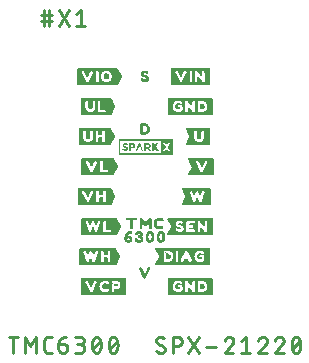
<source format=gto>
G04 EAGLE Gerber RS-274X export*
G75*
%MOMM*%
%FSLAX34Y34*%
%LPD*%
%INSilkscreen Top*%
%IPPOS*%
%AMOC8*
5,1,8,0,0,1.08239X$1,22.5*%
G01*
%ADD10C,0.228600*%

G36*
X130325Y31254D02*
X130325Y31254D01*
X130328Y31251D01*
X130928Y31351D01*
X130969Y31395D01*
X130966Y31398D01*
X130969Y31400D01*
X130969Y44300D01*
X130966Y44305D01*
X130969Y44308D01*
X130869Y44908D01*
X130825Y44949D01*
X130823Y44946D01*
X130820Y44949D01*
X84420Y44949D01*
X84373Y44913D01*
X84373Y44912D01*
X84372Y44912D01*
X84272Y44512D01*
X84282Y44490D01*
X84276Y44478D01*
X87273Y38485D01*
X87369Y37908D01*
X84376Y31822D01*
X84376Y31819D01*
X84374Y31818D01*
X84174Y31318D01*
X84175Y31315D01*
X84173Y31313D01*
X84177Y31307D01*
X84190Y31261D01*
X84208Y31266D01*
X84220Y31251D01*
X130320Y31251D01*
X130325Y31254D01*
G37*
G36*
X99107Y124469D02*
X99107Y124469D01*
X99102Y124477D01*
X99109Y124482D01*
X99109Y137138D01*
X99073Y137185D01*
X99066Y137179D01*
X99060Y137187D01*
X53340Y137187D01*
X53293Y137151D01*
X53298Y137143D01*
X53291Y137138D01*
X53291Y124482D01*
X53327Y124435D01*
X53334Y124441D01*
X53340Y124433D01*
X99060Y124433D01*
X99107Y124469D01*
G37*
G36*
X59358Y5864D02*
X59358Y5864D01*
X59370Y5861D01*
X59770Y6161D01*
X59774Y6177D01*
X59781Y6182D01*
X59777Y6188D01*
X59779Y6192D01*
X59789Y6200D01*
X59789Y19100D01*
X59776Y19118D01*
X59779Y19130D01*
X59479Y19530D01*
X59448Y19539D01*
X59440Y19549D01*
X21640Y19549D01*
X21593Y19513D01*
X21595Y19510D01*
X21591Y19508D01*
X21491Y18908D01*
X21494Y18903D01*
X21491Y18900D01*
X21491Y6000D01*
X21527Y5953D01*
X21530Y5955D01*
X21532Y5951D01*
X22132Y5851D01*
X22137Y5854D01*
X22140Y5851D01*
X59340Y5851D01*
X59358Y5864D01*
G37*
G36*
X133247Y5887D02*
X133247Y5887D01*
X133242Y5894D01*
X133249Y5900D01*
X133249Y19400D01*
X133213Y19447D01*
X133210Y19445D01*
X133208Y19449D01*
X132608Y19549D01*
X132603Y19546D01*
X132600Y19549D01*
X98800Y19549D01*
X98793Y19544D01*
X98784Y19547D01*
X98780Y19534D01*
X98753Y19513D01*
X98758Y19507D01*
X98757Y19506D01*
X98767Y19494D01*
X98766Y19493D01*
X98740Y19529D01*
X98708Y19539D01*
X98700Y19549D01*
X95400Y19549D01*
X95353Y19513D01*
X95356Y19509D01*
X95353Y19506D01*
X95355Y19503D01*
X95351Y19500D01*
X95351Y6000D01*
X95387Y5953D01*
X95390Y5955D01*
X95392Y5951D01*
X95992Y5851D01*
X95997Y5854D01*
X96000Y5851D01*
X133200Y5851D01*
X133247Y5887D01*
G37*
G36*
X133247Y158287D02*
X133247Y158287D01*
X133242Y158294D01*
X133249Y158300D01*
X133249Y171800D01*
X133213Y171847D01*
X133210Y171845D01*
X133208Y171849D01*
X132608Y171949D01*
X132603Y171946D01*
X132600Y171949D01*
X98800Y171949D01*
X98793Y171944D01*
X98784Y171947D01*
X98780Y171934D01*
X98753Y171913D01*
X98758Y171907D01*
X98757Y171906D01*
X98767Y171894D01*
X98766Y171893D01*
X98740Y171929D01*
X98708Y171939D01*
X98700Y171949D01*
X95400Y171949D01*
X95353Y171913D01*
X95356Y171909D01*
X95353Y171906D01*
X95355Y171903D01*
X95351Y171900D01*
X95351Y158400D01*
X95387Y158353D01*
X95390Y158355D01*
X95392Y158351D01*
X95992Y158251D01*
X95997Y158254D01*
X96000Y158251D01*
X133200Y158251D01*
X133247Y158287D01*
G37*
G36*
X133096Y56670D02*
X133096Y56670D01*
X133109Y56670D01*
X133409Y57070D01*
X133409Y57078D01*
X133413Y57081D01*
X133409Y57085D01*
X133409Y57092D01*
X133419Y57100D01*
X133419Y69900D01*
X133403Y69921D01*
X133405Y69935D01*
X133005Y70335D01*
X132980Y70338D01*
X132977Y70342D01*
X132975Y70342D01*
X132970Y70349D01*
X94770Y70349D01*
X94742Y70328D01*
X94729Y70327D01*
X94529Y70027D01*
X94530Y70015D01*
X94524Y70011D01*
X94531Y70002D01*
X94531Y69989D01*
X94526Y69978D01*
X97523Y63985D01*
X97619Y63408D01*
X94626Y57322D01*
X94627Y57317D01*
X94623Y57316D01*
X94423Y56716D01*
X94424Y56714D01*
X94423Y56713D01*
X94425Y56710D01*
X94442Y56659D01*
X94459Y56665D01*
X94470Y56651D01*
X133070Y56651D01*
X133096Y56670D01*
G37*
G36*
X52794Y183676D02*
X52794Y183676D01*
X52804Y183678D01*
X56104Y190378D01*
X56103Y190382D01*
X56106Y190385D01*
X56102Y190391D01*
X56099Y190404D01*
X56107Y190416D01*
X55907Y191016D01*
X55903Y191018D01*
X55904Y191022D01*
X52904Y197122D01*
X52880Y197134D01*
X52876Y197147D01*
X52276Y197347D01*
X52265Y197343D01*
X52260Y197349D01*
X18660Y197349D01*
X18630Y197327D01*
X18618Y197325D01*
X18318Y196825D01*
X18319Y196818D01*
X18313Y196814D01*
X18319Y196806D01*
X18311Y196800D01*
X18311Y183900D01*
X18340Y183862D01*
X18342Y183854D01*
X18842Y183654D01*
X18855Y183658D01*
X18860Y183651D01*
X52760Y183651D01*
X52794Y183676D01*
G37*
G36*
X130947Y183687D02*
X130947Y183687D01*
X130942Y183694D01*
X130949Y183700D01*
X130949Y197300D01*
X130913Y197347D01*
X130906Y197342D01*
X130900Y197349D01*
X97700Y197349D01*
X97653Y197313D01*
X97656Y197309D01*
X97653Y197306D01*
X97655Y197303D01*
X97651Y197300D01*
X97651Y183700D01*
X97687Y183653D01*
X97694Y183658D01*
X97700Y183651D01*
X130900Y183651D01*
X130947Y183687D01*
G37*
G36*
X51185Y31270D02*
X51185Y31270D01*
X51198Y31269D01*
X51598Y31769D01*
X51599Y31777D01*
X51604Y31778D01*
X54604Y37878D01*
X54603Y37883D01*
X54607Y37886D01*
X54601Y37894D01*
X54600Y37899D01*
X54609Y37908D01*
X54509Y38508D01*
X54501Y38515D01*
X54504Y38522D01*
X51504Y44622D01*
X51487Y44631D01*
X51485Y44642D01*
X50985Y44942D01*
X50973Y44941D01*
X50972Y44942D01*
X50965Y44942D01*
X50960Y44949D01*
X23260Y44949D01*
X23253Y44944D01*
X23245Y44947D01*
X23241Y44935D01*
X23213Y44913D01*
X23218Y44907D01*
X23217Y44906D01*
X23226Y44894D01*
X23225Y44890D01*
X23201Y44927D01*
X23168Y44939D01*
X23160Y44949D01*
X20260Y44949D01*
X20251Y44942D01*
X20246Y44942D01*
X20244Y44941D01*
X20238Y44944D01*
X19838Y44744D01*
X19826Y44719D01*
X19813Y44709D01*
X19816Y44704D01*
X19811Y44700D01*
X19811Y31800D01*
X19819Y31789D01*
X19814Y31782D01*
X20014Y31282D01*
X20055Y31257D01*
X20060Y31251D01*
X51160Y31251D01*
X51185Y31270D01*
G37*
G36*
X51964Y56676D02*
X51964Y56676D01*
X51974Y56678D01*
X55274Y63378D01*
X55273Y63382D01*
X55276Y63385D01*
X55272Y63391D01*
X55269Y63404D01*
X55277Y63416D01*
X55077Y64016D01*
X55073Y64018D01*
X55074Y64022D01*
X52074Y70122D01*
X52052Y70133D01*
X52048Y70146D01*
X51548Y70346D01*
X51536Y70342D01*
X51535Y70342D01*
X51530Y70349D01*
X21930Y70349D01*
X21892Y70320D01*
X21884Y70318D01*
X21684Y69818D01*
X21685Y69816D01*
X21683Y69814D01*
X21687Y69808D01*
X21688Y69805D01*
X21681Y69800D01*
X21681Y56900D01*
X21710Y56862D01*
X21712Y56854D01*
X22212Y56654D01*
X22225Y56658D01*
X22230Y56651D01*
X51930Y56651D01*
X51964Y56676D01*
G37*
G36*
X47141Y82067D02*
X47141Y82067D01*
X47155Y82065D01*
X47555Y82465D01*
X47556Y82476D01*
X47564Y82478D01*
X50664Y88578D01*
X50663Y88584D01*
X50667Y88588D01*
X50662Y88595D01*
X50669Y88600D01*
X50669Y89200D01*
X50659Y89213D01*
X50664Y89222D01*
X47564Y95322D01*
X47554Y95327D01*
X47555Y95335D01*
X47155Y95735D01*
X47130Y95738D01*
X47127Y95742D01*
X47125Y95742D01*
X47120Y95749D01*
X22120Y95749D01*
X22115Y95746D01*
X22110Y95748D01*
X22105Y95738D01*
X22073Y95713D01*
X22077Y95707D01*
X22076Y95706D01*
X22085Y95695D01*
X22082Y95690D01*
X22063Y95724D01*
X22027Y95740D01*
X22020Y95749D01*
X18720Y95749D01*
X18673Y95713D01*
X18676Y95709D01*
X18673Y95706D01*
X18675Y95703D01*
X18671Y95700D01*
X18671Y82100D01*
X18707Y82053D01*
X18714Y82058D01*
X18720Y82051D01*
X47120Y82051D01*
X47141Y82067D01*
G37*
G36*
X49193Y107476D02*
X49193Y107476D01*
X49204Y107478D01*
X49504Y108078D01*
X52604Y114077D01*
X52603Y114083D01*
X52607Y114086D01*
X52601Y114095D01*
X52600Y114099D01*
X52609Y114108D01*
X52509Y114708D01*
X52501Y114716D01*
X52504Y114722D01*
X49404Y120822D01*
X49390Y120829D01*
X49390Y120839D01*
X48990Y121139D01*
X48972Y121139D01*
X48969Y121142D01*
X48965Y121142D01*
X48960Y121149D01*
X22260Y121149D01*
X22251Y121142D01*
X22242Y121136D01*
X22230Y121139D01*
X21830Y120839D01*
X21825Y120820D01*
X21813Y120811D01*
X21817Y120805D01*
X21811Y120800D01*
X21811Y108000D01*
X21822Y107985D01*
X21818Y107975D01*
X22118Y107475D01*
X22152Y107461D01*
X22160Y107451D01*
X49160Y107451D01*
X49193Y107476D01*
G37*
G36*
X46545Y132870D02*
X46545Y132870D01*
X46558Y132869D01*
X46958Y133369D01*
X46959Y133377D01*
X46964Y133378D01*
X49964Y139378D01*
X49963Y139384D01*
X49967Y139388D01*
X49962Y139395D01*
X49969Y139400D01*
X49969Y140000D01*
X49959Y140013D01*
X49964Y140022D01*
X46864Y146122D01*
X46854Y146127D01*
X46855Y146135D01*
X46455Y146535D01*
X46430Y146538D01*
X46427Y146542D01*
X46425Y146542D01*
X46420Y146549D01*
X22820Y146549D01*
X22814Y146545D01*
X22808Y146548D01*
X22803Y146536D01*
X22773Y146513D01*
X22777Y146507D01*
X22777Y146506D01*
X22785Y146495D01*
X22784Y146491D01*
X22762Y146526D01*
X22728Y146539D01*
X22720Y146549D01*
X19920Y146549D01*
X19914Y146545D01*
X19910Y146548D01*
X19410Y146448D01*
X19378Y146412D01*
X19373Y146408D01*
X19373Y146407D01*
X19371Y146404D01*
X19373Y146402D01*
X19371Y146400D01*
X19371Y132900D01*
X19407Y132853D01*
X19414Y132858D01*
X19420Y132851D01*
X46520Y132851D01*
X46545Y132870D01*
G37*
G36*
X47115Y158270D02*
X47115Y158270D01*
X47128Y158269D01*
X47528Y158769D01*
X47529Y158777D01*
X47534Y158777D01*
X50634Y164777D01*
X50633Y164784D01*
X50637Y164788D01*
X50630Y164797D01*
X50630Y164799D01*
X50639Y164808D01*
X50539Y165408D01*
X50531Y165415D01*
X50534Y165422D01*
X47534Y171522D01*
X47524Y171527D01*
X47525Y171535D01*
X47125Y171935D01*
X47100Y171938D01*
X47097Y171942D01*
X47095Y171942D01*
X47090Y171949D01*
X21890Y171949D01*
X21885Y171946D01*
X21882Y171949D01*
X21282Y171849D01*
X21245Y171810D01*
X21243Y171808D01*
X21243Y171807D01*
X21241Y171805D01*
X21244Y171803D01*
X21241Y171800D01*
X21241Y158900D01*
X21244Y158895D01*
X21241Y158892D01*
X21341Y158292D01*
X21385Y158251D01*
X21388Y158254D01*
X21390Y158251D01*
X47090Y158251D01*
X47115Y158270D01*
G37*
%LPC*%
G36*
X54564Y125707D02*
X54564Y125707D01*
X54564Y135913D01*
X88797Y135913D01*
X88797Y125707D01*
X54564Y125707D01*
G37*
%LPD*%
G36*
X131076Y82070D02*
X131076Y82070D01*
X131089Y82070D01*
X131389Y82470D01*
X131389Y82478D01*
X131393Y82481D01*
X131389Y82485D01*
X131389Y82492D01*
X131399Y82500D01*
X131399Y95400D01*
X131380Y95426D01*
X131380Y95439D01*
X130980Y95739D01*
X130962Y95739D01*
X130959Y95742D01*
X130955Y95742D01*
X130950Y95749D01*
X106850Y95749D01*
X106803Y95713D01*
X106803Y95712D01*
X106802Y95712D01*
X106702Y95312D01*
X106712Y95290D01*
X106706Y95278D01*
X109702Y89285D01*
X109799Y88609D01*
X106706Y82623D01*
X106708Y82610D01*
X106703Y82606D01*
X106705Y82603D01*
X106701Y82600D01*
X106701Y82100D01*
X106737Y82053D01*
X106744Y82058D01*
X106750Y82051D01*
X131050Y82051D01*
X131076Y82070D01*
G37*
G36*
X133378Y107464D02*
X133378Y107464D01*
X133390Y107461D01*
X133790Y107761D01*
X133794Y107777D01*
X133801Y107782D01*
X133797Y107788D01*
X133799Y107792D01*
X133809Y107800D01*
X133809Y120700D01*
X133796Y120718D01*
X133799Y120730D01*
X133499Y121130D01*
X133468Y121139D01*
X133460Y121149D01*
X112260Y121149D01*
X112251Y121142D01*
X112246Y121142D01*
X112244Y121141D01*
X112238Y121144D01*
X111838Y120944D01*
X111825Y120917D01*
X111815Y120909D01*
X111818Y120904D01*
X111812Y120891D01*
X111820Y120887D01*
X111816Y120878D01*
X114816Y114778D01*
X115105Y114200D01*
X111816Y107622D01*
X111827Y107564D01*
X111843Y107567D01*
X111850Y107552D01*
X112350Y107452D01*
X112357Y107455D01*
X112360Y107451D01*
X133360Y107451D01*
X133378Y107464D01*
G37*
G36*
X130031Y132859D02*
X130031Y132859D01*
X130038Y132854D01*
X130538Y133054D01*
X130553Y133078D01*
X130560Y133084D01*
X130558Y133087D01*
X130563Y133095D01*
X130569Y133100D01*
X130569Y146000D01*
X130561Y146011D01*
X130566Y146018D01*
X130366Y146518D01*
X130325Y146543D01*
X130320Y146549D01*
X110020Y146549D01*
X110019Y146548D01*
X110018Y146549D01*
X110015Y146546D01*
X109973Y146513D01*
X109977Y146508D01*
X109975Y146506D01*
X109982Y146497D01*
X109973Y146484D01*
X110173Y145884D01*
X110177Y145882D01*
X110176Y145878D01*
X113169Y139793D01*
X113073Y139216D01*
X109976Y133223D01*
X109978Y133210D01*
X109977Y133209D01*
X109979Y133206D01*
X109986Y133168D01*
X109985Y133165D01*
X110285Y132865D01*
X110312Y132862D01*
X110320Y132851D01*
X130020Y132851D01*
X130031Y132859D01*
G37*
G36*
X75504Y141304D02*
X75504Y141304D01*
X75507Y141301D01*
X76207Y141401D01*
X76212Y141406D01*
X76216Y141403D01*
X76816Y141603D01*
X76819Y141608D01*
X76822Y141606D01*
X78022Y142206D01*
X78027Y142216D01*
X78035Y142215D01*
X78535Y142715D01*
X78535Y142719D01*
X78538Y142719D01*
X78938Y143219D01*
X78939Y143223D01*
X78941Y143223D01*
X79341Y143823D01*
X79341Y143827D01*
X79344Y143828D01*
X79644Y144428D01*
X79643Y144433D01*
X79647Y144434D01*
X79847Y145034D01*
X79843Y145045D01*
X79849Y145050D01*
X79849Y147150D01*
X79843Y147158D01*
X79847Y147164D01*
X79647Y147864D01*
X79640Y147869D01*
X79642Y147875D01*
X79342Y148375D01*
X79341Y148376D01*
X79341Y148377D01*
X78941Y148977D01*
X78938Y148978D01*
X78938Y148981D01*
X78538Y149481D01*
X78531Y149483D01*
X78532Y149488D01*
X77932Y149988D01*
X77926Y149988D01*
X77925Y149992D01*
X77425Y150292D01*
X77422Y150292D01*
X77422Y150294D01*
X76822Y150594D01*
X76815Y150593D01*
X76814Y150597D01*
X76114Y150797D01*
X76110Y150796D01*
X76108Y150799D01*
X75508Y150899D01*
X75503Y150896D01*
X75500Y150899D01*
X72200Y150899D01*
X72185Y150888D01*
X72175Y150892D01*
X71675Y150592D01*
X71664Y150564D01*
X71651Y150558D01*
X71551Y149958D01*
X71554Y149953D01*
X71551Y149950D01*
X71551Y142450D01*
X71554Y142446D01*
X71551Y142443D01*
X71651Y141743D01*
X71667Y141728D01*
X71665Y141715D01*
X71965Y141415D01*
X71988Y141412D01*
X71994Y141401D01*
X72794Y141301D01*
X72798Y141303D01*
X72800Y141301D01*
X75500Y141301D01*
X75504Y141304D01*
G37*
%LPC*%
G36*
X28359Y59043D02*
X28359Y59043D01*
X27974Y59524D01*
X25577Y66514D01*
X25381Y67300D01*
X25474Y67672D01*
X26054Y68156D01*
X26729Y68348D01*
X27295Y68160D01*
X27584Y67581D01*
X28783Y63686D01*
X28788Y63682D01*
X28786Y63678D01*
X28986Y63278D01*
X28998Y63272D01*
X29002Y63259D01*
X29015Y63264D01*
X29039Y63252D01*
X29051Y63276D01*
X29077Y63284D01*
X30376Y67082D01*
X30670Y67769D01*
X31150Y68153D01*
X31822Y68249D01*
X32393Y67963D01*
X32685Y67381D01*
X33983Y63584D01*
X33997Y63575D01*
X33995Y63565D01*
X34195Y63365D01*
X34200Y63364D01*
X34202Y63359D01*
X34212Y63363D01*
X34254Y63357D01*
X34257Y63378D01*
X34277Y63384D01*
X35577Y67184D01*
X35576Y67186D01*
X35577Y67186D01*
X35774Y67874D01*
X36150Y68251D01*
X36822Y68251D01*
X37110Y68155D01*
X37786Y67768D01*
X37879Y67302D01*
X37683Y66615D01*
X35186Y59624D01*
X34798Y59139D01*
X34222Y58851D01*
X33654Y58946D01*
X33173Y59427D01*
X31677Y63916D01*
X31663Y63925D01*
X31658Y63941D01*
X31646Y63937D01*
X31628Y63949D01*
X31615Y63931D01*
X31605Y63923D01*
X31583Y63916D01*
X30583Y61016D01*
X30584Y61016D01*
X30583Y61016D01*
X30086Y59524D01*
X29604Y58946D01*
X29033Y58850D01*
X28359Y59043D01*
G37*
%LPD*%
%LPC*%
G36*
X26778Y33449D02*
X26778Y33449D01*
X26202Y33929D01*
X26007Y34516D01*
X26006Y34516D01*
X26006Y34517D01*
X23707Y40915D01*
X23509Y41607D01*
X23509Y42086D01*
X23794Y42561D01*
X24479Y42855D01*
X24503Y42897D01*
X24519Y42873D01*
X24552Y42861D01*
X24560Y42851D01*
X25140Y42851D01*
X25517Y42474D01*
X27013Y37885D01*
X27022Y37879D01*
X27023Y37868D01*
X27036Y37869D01*
X27062Y37851D01*
X27076Y37871D01*
X27101Y37873D01*
X27301Y38173D01*
X27301Y38179D01*
X27304Y38182D01*
X27303Y38183D01*
X27307Y38184D01*
X28604Y42076D01*
X28992Y42561D01*
X29568Y42849D01*
X30234Y42754D01*
X30616Y42276D01*
X32113Y37784D01*
X32124Y37777D01*
X32127Y37764D01*
X32140Y37766D01*
X32158Y37754D01*
X32160Y37752D01*
X32161Y37752D01*
X32162Y37751D01*
X32166Y37756D01*
X32192Y37776D01*
X32204Y37778D01*
X32504Y38378D01*
X32503Y38383D01*
X32507Y38384D01*
X33607Y41584D01*
X33606Y41586D01*
X33607Y41586D01*
X33806Y42280D01*
X34093Y42759D01*
X34658Y42948D01*
X35629Y42559D01*
X35921Y42170D01*
X35944Y42164D01*
X35950Y42152D01*
X35967Y42148D01*
X35915Y42121D01*
X35922Y42108D01*
X35911Y42100D01*
X35911Y41610D01*
X35615Y40919D01*
X35615Y40918D01*
X35614Y40917D01*
X35615Y40916D01*
X35613Y40916D01*
X33415Y34519D01*
X33119Y33929D01*
X32640Y33449D01*
X31975Y33449D01*
X31397Y33835D01*
X31105Y34321D01*
X29807Y38216D01*
X29802Y38219D01*
X29803Y38224D01*
X29792Y38226D01*
X29758Y38249D01*
X29753Y38243D01*
X29740Y38233D01*
X29725Y38235D01*
X29425Y37935D01*
X29423Y37921D01*
X29418Y37917D01*
X29413Y37915D01*
X28215Y34221D01*
X27925Y33738D01*
X27348Y33449D01*
X26778Y33449D01*
G37*
%LPD*%
%LPC*%
G36*
X116676Y84346D02*
X116676Y84346D01*
X116294Y84824D01*
X113797Y91915D01*
X113601Y92602D01*
X113695Y93073D01*
X114176Y93457D01*
X114852Y93747D01*
X115417Y93559D01*
X115705Y93079D01*
X117003Y89184D01*
X117203Y88584D01*
X117217Y88575D01*
X117222Y88559D01*
X117234Y88563D01*
X117248Y88554D01*
X117250Y88552D01*
X117251Y88552D01*
X117252Y88551D01*
X117256Y88556D01*
X117290Y88582D01*
X117297Y88584D01*
X118596Y92382D01*
X118892Y93072D01*
X119276Y93456D01*
X119945Y93647D01*
X120518Y93361D01*
X120906Y92876D01*
X122103Y88986D01*
X122117Y88976D01*
X122115Y88965D01*
X122415Y88665D01*
X122421Y88664D01*
X122422Y88659D01*
X122433Y88663D01*
X122474Y88657D01*
X122477Y88678D01*
X122497Y88684D01*
X123797Y92584D01*
X123796Y92586D01*
X123797Y92586D01*
X123994Y93274D01*
X124370Y93651D01*
X124942Y93651D01*
X125230Y93555D01*
X125913Y93165D01*
X126097Y92795D01*
X125903Y92115D01*
X123505Y85122D01*
X123116Y84538D01*
X122542Y84251D01*
X121968Y84347D01*
X121391Y84732D01*
X119897Y89216D01*
X119885Y89224D01*
X119881Y89238D01*
X119868Y89235D01*
X119848Y89249D01*
X119838Y89235D01*
X119824Y89225D01*
X119805Y89220D01*
X119405Y88320D01*
X119405Y88319D01*
X119405Y88318D01*
X119406Y88316D01*
X119403Y88315D01*
X118603Y85815D01*
X118306Y84924D01*
X117921Y84442D01*
X117345Y84250D01*
X116676Y84346D01*
G37*
%LPD*%
G36*
X72304Y61294D02*
X72304Y61294D01*
X72307Y61291D01*
X73007Y61391D01*
X73029Y61413D01*
X73042Y61415D01*
X73342Y61915D01*
X73342Y61918D01*
X73340Y61933D01*
X73349Y61940D01*
X73349Y66621D01*
X73363Y66608D01*
X75161Y64210D01*
X75169Y64208D01*
X75169Y64202D01*
X75669Y63802D01*
X75688Y63801D01*
X75693Y63791D01*
X76393Y63691D01*
X76415Y63703D01*
X76427Y63699D01*
X77027Y64099D01*
X77031Y64110D01*
X77039Y64110D01*
X77339Y64510D01*
X77339Y64511D01*
X77340Y64511D01*
X78951Y66691D01*
X78951Y62040D01*
X78962Y62025D01*
X78958Y62015D01*
X79258Y61515D01*
X79280Y61506D01*
X79284Y61493D01*
X79884Y61293D01*
X79895Y61297D01*
X79900Y61291D01*
X80600Y61291D01*
X80615Y61302D01*
X80625Y61298D01*
X81125Y61598D01*
X81133Y61617D01*
X81140Y61622D01*
X81139Y61623D01*
X81147Y61626D01*
X81347Y62326D01*
X81344Y62336D01*
X81349Y62340D01*
X81349Y69840D01*
X81342Y69849D01*
X81347Y69856D01*
X81147Y70456D01*
X81130Y70467D01*
X81130Y70479D01*
X80730Y70779D01*
X80712Y70779D01*
X80706Y70789D01*
X79906Y70889D01*
X79894Y70882D01*
X79886Y70887D01*
X79186Y70687D01*
X79173Y70670D01*
X79161Y70670D01*
X76469Y67081D01*
X76016Y66899D01*
X73539Y70070D01*
X73538Y70070D01*
X73538Y70071D01*
X73138Y70571D01*
X73124Y70574D01*
X73122Y70584D01*
X72522Y70884D01*
X72506Y70881D01*
X72500Y70889D01*
X71700Y70889D01*
X71685Y70878D01*
X71675Y70882D01*
X71175Y70582D01*
X71164Y70554D01*
X71151Y70548D01*
X71051Y69948D01*
X71054Y69943D01*
X71051Y69940D01*
X71051Y61840D01*
X71065Y61822D01*
X71062Y61809D01*
X71462Y61309D01*
X71492Y61302D01*
X71500Y61291D01*
X72300Y61291D01*
X72304Y61294D01*
G37*
G36*
X89809Y49868D02*
X89809Y49868D01*
X89816Y49863D01*
X90416Y50063D01*
X90419Y50068D01*
X90422Y50066D01*
X91022Y50366D01*
X91025Y50373D01*
X91031Y50372D01*
X91531Y50772D01*
X91533Y50779D01*
X91538Y50779D01*
X91938Y51279D01*
X91939Y51284D01*
X91942Y51285D01*
X92242Y51785D01*
X92241Y51793D01*
X92247Y51794D01*
X92447Y52394D01*
X92446Y52396D01*
X92447Y52396D01*
X92647Y53096D01*
X92647Y53097D01*
X92648Y53098D01*
X92646Y53100D01*
X92646Y53101D01*
X92649Y53103D01*
X92849Y54503D01*
X92844Y54511D01*
X92849Y54516D01*
X92749Y55313D01*
X92749Y55910D01*
X92746Y55914D01*
X92749Y55917D01*
X92649Y56617D01*
X92606Y56659D01*
X92602Y56655D01*
X92600Y56657D01*
X92591Y56657D01*
X92590Y56658D01*
X92544Y56648D01*
X92449Y57317D01*
X92441Y57325D01*
X92444Y57332D01*
X91844Y58532D01*
X91831Y58539D01*
X91831Y58548D01*
X91331Y58948D01*
X90732Y59448D01*
X90718Y59448D01*
X90716Y59457D01*
X90116Y59657D01*
X90110Y59655D01*
X90108Y59659D01*
X89508Y59759D01*
X89503Y59756D01*
X89500Y59759D01*
X88700Y59759D01*
X88695Y59756D01*
X88692Y59759D01*
X88092Y59659D01*
X88085Y59651D01*
X88078Y59654D01*
X86878Y59054D01*
X86871Y59040D01*
X86861Y59040D01*
X86561Y58640D01*
X86561Y58636D01*
X86558Y58635D01*
X86258Y58135D01*
X86258Y58132D01*
X86256Y58132D01*
X85956Y57532D01*
X85957Y57525D01*
X85953Y57524D01*
X85753Y56825D01*
X85553Y56226D01*
X85555Y56219D01*
X85551Y56217D01*
X85451Y55517D01*
X85454Y55512D01*
X85451Y55510D01*
X85451Y54010D01*
X85454Y54006D01*
X85451Y54003D01*
X85551Y53303D01*
X85552Y53302D01*
X85551Y53302D01*
X85651Y52702D01*
X85656Y52698D01*
X85653Y52694D01*
X85853Y52094D01*
X85856Y52093D01*
X85855Y52091D01*
X86155Y51391D01*
X86163Y51386D01*
X86162Y51379D01*
X86562Y50879D01*
X86569Y50877D01*
X86569Y50872D01*
X87069Y50472D01*
X87073Y50471D01*
X87073Y50469D01*
X87673Y50069D01*
X87682Y50070D01*
X87684Y50063D01*
X88284Y49863D01*
X88295Y49867D01*
X88300Y49861D01*
X89800Y49861D01*
X89809Y49868D01*
G37*
G36*
X80509Y49868D02*
X80509Y49868D01*
X80516Y49863D01*
X81116Y50063D01*
X81119Y50068D01*
X81122Y50066D01*
X81722Y50366D01*
X81725Y50373D01*
X81731Y50372D01*
X82231Y50772D01*
X82233Y50779D01*
X82238Y50779D01*
X82638Y51279D01*
X82639Y51284D01*
X82642Y51285D01*
X82942Y51785D01*
X82941Y51793D01*
X82947Y51794D01*
X83147Y52394D01*
X83146Y52396D01*
X83147Y52396D01*
X83347Y53096D01*
X83347Y53097D01*
X83348Y53098D01*
X83346Y53100D01*
X83346Y53101D01*
X83349Y53103D01*
X83549Y54503D01*
X83546Y54508D01*
X83549Y54510D01*
X83549Y55310D01*
X83546Y55315D01*
X83549Y55318D01*
X83449Y55918D01*
X83349Y56617D01*
X83345Y56621D01*
X83347Y56624D01*
X83147Y57324D01*
X83142Y57328D01*
X83144Y57332D01*
X82544Y58532D01*
X82531Y58539D01*
X82531Y58548D01*
X82033Y58947D01*
X81535Y59445D01*
X81519Y59447D01*
X81516Y59457D01*
X80916Y59657D01*
X80909Y59655D01*
X80907Y59659D01*
X80207Y59759D01*
X80202Y59756D01*
X80200Y59759D01*
X79400Y59759D01*
X79395Y59756D01*
X79392Y59759D01*
X78792Y59659D01*
X78785Y59651D01*
X78778Y59654D01*
X77578Y59054D01*
X77571Y59040D01*
X77561Y59040D01*
X77261Y58640D01*
X77261Y58636D01*
X77258Y58635D01*
X76958Y58135D01*
X76958Y58132D01*
X76956Y58132D01*
X76656Y57532D01*
X76657Y57525D01*
X76653Y57524D01*
X76453Y56825D01*
X76253Y56226D01*
X76257Y56215D01*
X76251Y56210D01*
X76251Y55513D01*
X76151Y54817D01*
X76156Y54809D01*
X76151Y54804D01*
X76251Y54007D01*
X76251Y53310D01*
X76258Y53301D01*
X76253Y53294D01*
X76653Y52094D01*
X76656Y52093D01*
X76655Y52091D01*
X76955Y51391D01*
X76959Y51388D01*
X76958Y51385D01*
X77258Y50885D01*
X77269Y50880D01*
X77269Y50872D01*
X77769Y50472D01*
X77773Y50471D01*
X77773Y50469D01*
X78373Y50069D01*
X78384Y50070D01*
X78386Y50063D01*
X79086Y49863D01*
X79096Y49866D01*
X79100Y49861D01*
X80500Y49861D01*
X80509Y49868D01*
G37*
%LPC*%
G36*
X124704Y185849D02*
X124704Y185849D01*
X124124Y185946D01*
X123537Y186532D01*
X120440Y190629D01*
X120241Y190927D01*
X120234Y190930D01*
X120235Y190935D01*
X120035Y191135D01*
X120021Y191137D01*
X120013Y191147D01*
X120003Y191139D01*
X119976Y191143D01*
X119972Y191116D01*
X119951Y191100D01*
X119951Y186414D01*
X119670Y185946D01*
X118900Y185850D01*
X118127Y185946D01*
X117847Y186320D01*
X117749Y186908D01*
X117705Y186949D01*
X117703Y186946D01*
X117700Y186949D01*
X117671Y186949D01*
X117702Y186951D01*
X117748Y186989D01*
X117743Y186995D01*
X117749Y187000D01*
X117749Y194491D01*
X117939Y194964D01*
X118512Y195251D01*
X119286Y195251D01*
X119767Y194962D01*
X120261Y194369D01*
X122260Y191671D01*
X123560Y189871D01*
X123592Y189861D01*
X123596Y189856D01*
X123606Y189856D01*
X123606Y189857D01*
X123617Y189854D01*
X123621Y189867D01*
X123635Y189865D01*
X123735Y189965D01*
X123737Y189983D01*
X123747Y189991D01*
X123744Y189996D01*
X123749Y190000D01*
X123749Y194097D01*
X123847Y194782D01*
X124032Y195059D01*
X124608Y195251D01*
X125288Y195251D01*
X125856Y194967D01*
X125951Y194392D01*
X126051Y193697D01*
X126051Y186907D01*
X125856Y186226D01*
X125480Y185849D01*
X124704Y185849D01*
G37*
%LPD*%
%LPC*%
G36*
X110220Y160449D02*
X110220Y160449D01*
X109846Y160824D01*
X109749Y161404D01*
X109749Y168896D01*
X109845Y169471D01*
X110415Y169851D01*
X111092Y169851D01*
X111671Y169658D01*
X112161Y169069D01*
X114961Y165370D01*
X115561Y164570D01*
X115566Y164569D01*
X115565Y164565D01*
X115765Y164365D01*
X115779Y164363D01*
X115787Y164353D01*
X115794Y164358D01*
X115800Y164358D01*
X115803Y164360D01*
X115824Y164357D01*
X115827Y164378D01*
X115847Y164394D01*
X115845Y164397D01*
X115849Y164400D01*
X115849Y169180D01*
X116520Y169851D01*
X117286Y169851D01*
X117760Y169566D01*
X117952Y169088D01*
X118051Y168297D01*
X118051Y161600D01*
X118087Y161553D01*
X118093Y161557D01*
X118098Y161551D01*
X118129Y161549D01*
X118100Y161549D01*
X118053Y161513D01*
X118055Y161510D01*
X118051Y161508D01*
X117954Y160924D01*
X117577Y160547D01*
X116797Y160449D01*
X116220Y160449D01*
X115637Y161032D01*
X112039Y165830D01*
X112023Y165834D01*
X112013Y165847D01*
X112003Y165840D01*
X111982Y165846D01*
X111974Y165818D01*
X111951Y165800D01*
X111951Y161114D01*
X111667Y160641D01*
X111092Y160449D01*
X110220Y160449D01*
G37*
%LPD*%
%LPC*%
G36*
X110220Y8049D02*
X110220Y8049D01*
X109846Y8424D01*
X109749Y9004D01*
X109749Y16496D01*
X109845Y17071D01*
X110415Y17451D01*
X111092Y17451D01*
X111671Y17258D01*
X112161Y16669D01*
X114961Y12970D01*
X115561Y12170D01*
X115566Y12169D01*
X115565Y12165D01*
X115765Y11965D01*
X115779Y11963D01*
X115787Y11953D01*
X115794Y11958D01*
X115800Y11958D01*
X115803Y11960D01*
X115824Y11957D01*
X115827Y11978D01*
X115847Y11994D01*
X115845Y11997D01*
X115849Y12000D01*
X115849Y16780D01*
X116520Y17451D01*
X117286Y17451D01*
X117760Y17166D01*
X117952Y16688D01*
X118051Y15897D01*
X118051Y9200D01*
X118087Y9153D01*
X118093Y9157D01*
X118098Y9151D01*
X118129Y9149D01*
X118100Y9149D01*
X118053Y9113D01*
X118055Y9110D01*
X118051Y9108D01*
X117954Y8524D01*
X117577Y8147D01*
X116797Y8049D01*
X116220Y8049D01*
X115637Y8632D01*
X112039Y13430D01*
X112023Y13434D01*
X112013Y13447D01*
X112003Y13440D01*
X111982Y13446D01*
X111974Y13418D01*
X111951Y13400D01*
X111951Y8714D01*
X111667Y8241D01*
X111092Y8049D01*
X110220Y8049D01*
G37*
%LPD*%
%LPC*%
G36*
X120594Y58849D02*
X120594Y58849D01*
X120219Y59317D01*
X120219Y67396D01*
X120314Y67967D01*
X120882Y68251D01*
X121558Y68251D01*
X122139Y67961D01*
X122631Y67369D01*
X124630Y64671D01*
X124631Y64671D01*
X124631Y64670D01*
X125931Y62970D01*
X125946Y62966D01*
X125948Y62956D01*
X126148Y62856D01*
X126153Y62857D01*
X126157Y62853D01*
X126161Y62856D01*
X126170Y62856D01*
X126177Y62861D01*
X126206Y62867D01*
X126204Y62882D01*
X126217Y62892D01*
X126214Y62896D01*
X126219Y62900D01*
X126219Y67688D01*
X126405Y68060D01*
X126978Y68251D01*
X127756Y68251D01*
X128229Y67967D01*
X128421Y67392D01*
X128421Y59904D01*
X128324Y59324D01*
X127947Y58947D01*
X127167Y58849D01*
X126495Y58849D01*
X126010Y59529D01*
X126009Y59529D01*
X126009Y59530D01*
X123209Y63130D01*
X122410Y64229D01*
X122394Y64234D01*
X122383Y64247D01*
X122373Y64240D01*
X122353Y64246D01*
X122344Y64218D01*
X122321Y64200D01*
X122321Y59414D01*
X122040Y58945D01*
X121367Y58849D01*
X120594Y58849D01*
G37*
%LPD*%
%LPC*%
G36*
X121303Y160449D02*
X121303Y160449D01*
X120620Y160547D01*
X120246Y160827D01*
X120149Y161503D01*
X120149Y167773D01*
X122351Y167261D01*
X122351Y163300D01*
X122354Y163295D01*
X122351Y163292D01*
X122451Y162692D01*
X122495Y162651D01*
X122498Y162654D01*
X122500Y162651D01*
X124500Y162651D01*
X124513Y162660D01*
X124522Y162656D01*
X124722Y162756D01*
X124727Y162766D01*
X124735Y162765D01*
X125735Y163765D01*
X125736Y163777D01*
X125744Y163778D01*
X126044Y164378D01*
X126042Y164389D01*
X126044Y164391D01*
X126049Y164393D01*
X126149Y165093D01*
X126144Y165102D01*
X126149Y165107D01*
X126049Y165807D01*
X126041Y165815D01*
X126044Y165822D01*
X125744Y166422D01*
X125737Y166425D01*
X125738Y166431D01*
X125338Y166931D01*
X125331Y166933D01*
X125331Y166938D01*
X124831Y167338D01*
X124823Y167339D01*
X124822Y167344D01*
X124222Y167644D01*
X124206Y167641D01*
X124200Y167649D01*
X122800Y167649D01*
X122782Y167636D01*
X122770Y167639D01*
X122389Y167353D01*
X120149Y167874D01*
X120149Y168996D01*
X120245Y169570D01*
X120714Y169851D01*
X123996Y169851D01*
X124589Y169752D01*
X125282Y169554D01*
X125877Y169257D01*
X126371Y168960D01*
X126965Y168465D01*
X127362Y167969D01*
X127758Y167473D01*
X128054Y166882D01*
X128251Y166193D01*
X128251Y164207D01*
X128054Y163518D01*
X127757Y162923D01*
X127460Y162429D01*
X126965Y161835D01*
X126471Y161440D01*
X125875Y161043D01*
X125281Y160746D01*
X124689Y160548D01*
X123997Y160449D01*
X121303Y160449D01*
G37*
%LPD*%
%LPC*%
G36*
X121303Y8049D02*
X121303Y8049D01*
X120620Y8147D01*
X120246Y8427D01*
X120149Y9103D01*
X120149Y15373D01*
X122351Y14861D01*
X122351Y10900D01*
X122354Y10895D01*
X122351Y10892D01*
X122451Y10292D01*
X122495Y10251D01*
X122498Y10254D01*
X122500Y10251D01*
X124500Y10251D01*
X124513Y10260D01*
X124522Y10256D01*
X124722Y10356D01*
X124727Y10366D01*
X124735Y10365D01*
X125735Y11365D01*
X125736Y11377D01*
X125744Y11378D01*
X126044Y11978D01*
X126042Y11989D01*
X126044Y11991D01*
X126049Y11993D01*
X126149Y12693D01*
X126144Y12702D01*
X126149Y12707D01*
X126049Y13407D01*
X126041Y13415D01*
X126044Y13422D01*
X125744Y14022D01*
X125737Y14025D01*
X125738Y14031D01*
X125338Y14531D01*
X125331Y14533D01*
X125331Y14538D01*
X124831Y14938D01*
X124823Y14939D01*
X124822Y14944D01*
X124222Y15244D01*
X124206Y15241D01*
X124200Y15249D01*
X122800Y15249D01*
X122782Y15236D01*
X122770Y15239D01*
X122389Y14953D01*
X120149Y15474D01*
X120149Y16596D01*
X120245Y17170D01*
X120714Y17451D01*
X123996Y17451D01*
X124589Y17352D01*
X125282Y17154D01*
X125877Y16857D01*
X126371Y16560D01*
X126965Y16065D01*
X127362Y15569D01*
X127758Y15073D01*
X128054Y14482D01*
X128251Y13793D01*
X128251Y11807D01*
X128054Y11118D01*
X127757Y10523D01*
X127460Y10029D01*
X126965Y9435D01*
X126471Y9040D01*
X125875Y8643D01*
X125281Y8346D01*
X124689Y8148D01*
X123997Y8049D01*
X121303Y8049D01*
G37*
%LPD*%
%LPC*%
G36*
X111773Y58849D02*
X111773Y58849D01*
X110997Y58946D01*
X110719Y59316D01*
X110719Y67492D01*
X110909Y68061D01*
X111478Y68251D01*
X116966Y68251D01*
X117550Y68153D01*
X117924Y67873D01*
X118021Y67094D01*
X118063Y67051D01*
X118070Y67058D01*
X118077Y67051D01*
X118061Y67048D01*
X118026Y67010D01*
X118025Y67009D01*
X118021Y67007D01*
X117925Y66330D01*
X117456Y66049D01*
X113370Y66049D01*
X113357Y66040D01*
X113348Y66044D01*
X112948Y65844D01*
X112930Y65807D01*
X112921Y65800D01*
X112921Y65100D01*
X112930Y65087D01*
X112926Y65078D01*
X113126Y64678D01*
X113163Y64660D01*
X113170Y64651D01*
X115858Y64651D01*
X116430Y64365D01*
X116620Y63795D01*
X116522Y63016D01*
X116240Y62545D01*
X115665Y62449D01*
X113569Y62349D01*
X112970Y62349D01*
X112923Y62313D01*
X112928Y62306D01*
X112921Y62300D01*
X112921Y61600D01*
X112929Y61589D01*
X112924Y61582D01*
X113124Y61082D01*
X113164Y61058D01*
X113169Y61051D01*
X117265Y60951D01*
X117833Y60856D01*
X118021Y60292D01*
X118021Y59512D01*
X117737Y58944D01*
X117265Y58849D01*
X111773Y58849D01*
G37*
%LPD*%
%LPC*%
G36*
X42463Y185849D02*
X42463Y185849D01*
X41771Y185948D01*
X41179Y186146D01*
X40587Y186442D01*
X40093Y186837D01*
X39101Y187829D01*
X38866Y188298D01*
X40750Y189240D01*
X41225Y188765D01*
X41232Y188764D01*
X41233Y188759D01*
X41833Y188359D01*
X41837Y188359D01*
X41838Y188356D01*
X42438Y188056D01*
X42454Y188059D01*
X42460Y188051D01*
X43060Y188051D01*
X43064Y188054D01*
X43067Y188051D01*
X43767Y188151D01*
X43775Y188159D01*
X43782Y188156D01*
X44382Y188456D01*
X44387Y188466D01*
X44395Y188465D01*
X44895Y188965D01*
X44896Y188974D01*
X44902Y188975D01*
X45202Y189475D01*
X45201Y189484D01*
X45207Y189486D01*
X45211Y189498D01*
X45225Y189547D01*
X45267Y189695D01*
X45309Y189843D01*
X45323Y189892D01*
X45365Y190040D01*
X45366Y190040D01*
X45365Y190040D01*
X45407Y190186D01*
X45407Y190187D01*
X45407Y190188D01*
X45406Y190189D01*
X45404Y190196D01*
X45409Y190200D01*
X45409Y190900D01*
X45403Y190908D01*
X45407Y190914D01*
X45207Y191614D01*
X45202Y191618D01*
X45204Y191622D01*
X44904Y192222D01*
X44894Y192227D01*
X44895Y192235D01*
X44395Y192735D01*
X44386Y192736D01*
X44385Y192742D01*
X43885Y193042D01*
X43876Y193041D01*
X43874Y193047D01*
X43174Y193247D01*
X43164Y193244D01*
X43160Y193249D01*
X42560Y193249D01*
X42551Y193242D01*
X42544Y193247D01*
X41944Y193047D01*
X41939Y193039D01*
X41933Y193041D01*
X41333Y192641D01*
X41328Y192628D01*
X41319Y192627D01*
X40919Y192027D01*
X40919Y192023D01*
X40916Y192022D01*
X40616Y191422D01*
X40618Y191412D01*
X40611Y191408D01*
X40511Y190808D01*
X40513Y190805D01*
X40513Y190804D01*
X40514Y190803D01*
X40511Y190800D01*
X40511Y190100D01*
X40516Y190093D01*
X40512Y190088D01*
X40702Y189328D01*
X38783Y188464D01*
X38508Y189015D01*
X38409Y189707D01*
X38408Y189708D01*
X38409Y189708D01*
X38309Y190304D01*
X38309Y190997D01*
X38408Y191690D01*
X38607Y192385D01*
X38805Y192978D01*
X39200Y193571D01*
X39595Y194065D01*
X40089Y194460D01*
X40685Y194857D01*
X41279Y195154D01*
X41871Y195352D01*
X42563Y195451D01*
X43553Y195451D01*
X44245Y195253D01*
X44841Y195054D01*
X45431Y194759D01*
X46423Y193767D01*
X46820Y193271D01*
X47215Y192678D01*
X47412Y192088D01*
X47511Y191492D01*
X47611Y190797D01*
X47611Y190107D01*
X47413Y189415D01*
X47214Y188819D01*
X46619Y187629D01*
X45631Y186641D01*
X44441Y186046D01*
X43852Y185849D01*
X42463Y185849D01*
G37*
%LPD*%
%LPC*%
G36*
X121328Y33449D02*
X121328Y33449D01*
X120739Y33646D01*
X119549Y34241D01*
X118558Y35231D01*
X118163Y35825D01*
X117866Y36419D01*
X117668Y37011D01*
X117569Y37707D01*
X117470Y38400D01*
X117569Y39092D01*
X117668Y39688D01*
X117865Y40278D01*
X118261Y40873D01*
X118657Y41466D01*
X119151Y41862D01*
X119152Y41866D01*
X119155Y41865D01*
X119649Y42359D01*
X120835Y42953D01*
X121428Y43051D01*
X122123Y43151D01*
X122812Y43151D01*
X123404Y42953D01*
X123406Y42954D01*
X123406Y42953D01*
X124102Y42754D01*
X124695Y42457D01*
X125282Y42066D01*
X125565Y41500D01*
X125279Y40929D01*
X124792Y40442D01*
X124321Y40253D01*
X123641Y40545D01*
X123042Y40844D01*
X123031Y40842D01*
X123027Y40849D01*
X122327Y40949D01*
X122317Y40943D01*
X122312Y40949D01*
X121712Y40849D01*
X121709Y40845D01*
X121706Y40847D01*
X121006Y40647D01*
X120998Y40636D01*
X120989Y40638D01*
X120489Y40238D01*
X120487Y40231D01*
X120482Y40231D01*
X120082Y39731D01*
X120081Y39723D01*
X120076Y39722D01*
X119776Y39122D01*
X119778Y39111D01*
X119771Y39107D01*
X119671Y38407D01*
X119676Y38398D01*
X119671Y38393D01*
X119771Y37693D01*
X119776Y37688D01*
X119773Y37684D01*
X119973Y37084D01*
X119981Y37079D01*
X119979Y37073D01*
X120379Y36473D01*
X120392Y36468D01*
X120393Y36459D01*
X120993Y36059D01*
X120997Y36059D01*
X120998Y36056D01*
X121598Y35756D01*
X121609Y35758D01*
X121612Y35751D01*
X122212Y35651D01*
X122217Y35654D01*
X122220Y35651D01*
X122920Y35651D01*
X122929Y35658D01*
X122936Y35653D01*
X123536Y35853D01*
X123566Y35897D01*
X123569Y35900D01*
X123569Y37300D01*
X123533Y37347D01*
X123530Y37345D01*
X123528Y37349D01*
X122928Y37449D01*
X122923Y37446D01*
X122920Y37449D01*
X122234Y37449D01*
X121769Y37728D01*
X121769Y38393D01*
X121960Y39062D01*
X122528Y39251D01*
X124614Y39251D01*
X125395Y39056D01*
X125674Y38777D01*
X125771Y38096D01*
X125771Y35304D01*
X125675Y34727D01*
X125189Y34338D01*
X124693Y33942D01*
X124105Y33647D01*
X123513Y33549D01*
X122717Y33449D01*
X121328Y33449D01*
G37*
%LPD*%
%LPC*%
G36*
X103603Y160449D02*
X103603Y160449D01*
X102908Y160549D01*
X102315Y160647D01*
X101725Y160943D01*
X101131Y161338D01*
X100137Y162333D01*
X99742Y162827D01*
X99446Y163418D01*
X99248Y164111D01*
X99149Y164704D01*
X99149Y165397D01*
X99348Y166789D01*
X99545Y167378D01*
X99940Y167971D01*
X100337Y168467D01*
X100833Y168963D01*
X101327Y169358D01*
X101922Y169656D01*
X102515Y169952D01*
X103207Y170051D01*
X103208Y170052D01*
X103208Y170051D01*
X103801Y170150D01*
X104493Y170051D01*
X105189Y169952D01*
X105781Y169754D01*
X106375Y169457D01*
X106959Y169068D01*
X107147Y168504D01*
X106859Y167927D01*
X106373Y167345D01*
X105906Y167251D01*
X104621Y167845D01*
X104611Y167843D01*
X104608Y167849D01*
X104008Y167949D01*
X103998Y167943D01*
X103993Y167949D01*
X103293Y167849D01*
X103289Y167845D01*
X103286Y167847D01*
X102586Y167647D01*
X102578Y167636D01*
X102569Y167638D01*
X102069Y167238D01*
X102067Y167231D01*
X102062Y167231D01*
X101662Y166731D01*
X101661Y166717D01*
X101653Y166714D01*
X101453Y166014D01*
X101455Y166009D01*
X101451Y166007D01*
X101351Y165307D01*
X101356Y165298D01*
X101351Y165293D01*
X101451Y164593D01*
X101456Y164588D01*
X101453Y164584D01*
X101653Y163984D01*
X101664Y163977D01*
X101662Y163969D01*
X102062Y163469D01*
X102069Y163467D01*
X102068Y163462D01*
X102668Y162962D01*
X102682Y162962D01*
X102684Y162953D01*
X103284Y162753D01*
X103290Y162755D01*
X103292Y162751D01*
X103892Y162651D01*
X103897Y162654D01*
X103900Y162651D01*
X104600Y162651D01*
X104613Y162660D01*
X104622Y162656D01*
X105222Y162956D01*
X105241Y162993D01*
X105249Y163000D01*
X105249Y164300D01*
X105213Y164347D01*
X105208Y164343D01*
X105204Y164349D01*
X103822Y164448D01*
X103449Y164820D01*
X103449Y165492D01*
X103639Y166061D01*
X104208Y166251D01*
X106393Y166251D01*
X107071Y166057D01*
X107353Y165681D01*
X107451Y164997D01*
X107451Y162308D01*
X107257Y161727D01*
X106770Y161239D01*
X106277Y160943D01*
X105685Y160647D01*
X105093Y160549D01*
X104297Y160449D01*
X103603Y160449D01*
G37*
%LPD*%
%LPC*%
G36*
X103603Y8049D02*
X103603Y8049D01*
X102908Y8149D01*
X102315Y8247D01*
X101725Y8543D01*
X101131Y8938D01*
X100137Y9933D01*
X99742Y10427D01*
X99446Y11018D01*
X99248Y11711D01*
X99149Y12304D01*
X99149Y12997D01*
X99348Y14389D01*
X99545Y14978D01*
X99940Y15571D01*
X100337Y16067D01*
X100833Y16563D01*
X101327Y16958D01*
X101922Y17256D01*
X102515Y17552D01*
X103207Y17651D01*
X103208Y17652D01*
X103208Y17651D01*
X103801Y17750D01*
X104493Y17651D01*
X105189Y17552D01*
X105781Y17354D01*
X106375Y17057D01*
X106959Y16668D01*
X107147Y16104D01*
X106858Y15527D01*
X106373Y14945D01*
X105906Y14851D01*
X104621Y15445D01*
X104611Y15443D01*
X104608Y15449D01*
X104008Y15549D01*
X103998Y15543D01*
X103993Y15549D01*
X103293Y15449D01*
X103289Y15445D01*
X103286Y15447D01*
X102586Y15247D01*
X102578Y15236D01*
X102569Y15238D01*
X102069Y14838D01*
X102067Y14831D01*
X102062Y14831D01*
X101662Y14331D01*
X101661Y14317D01*
X101653Y14314D01*
X101453Y13614D01*
X101455Y13609D01*
X101451Y13607D01*
X101351Y12907D01*
X101356Y12898D01*
X101351Y12893D01*
X101451Y12193D01*
X101456Y12188D01*
X101453Y12184D01*
X101653Y11584D01*
X101664Y11577D01*
X101662Y11569D01*
X102062Y11069D01*
X102069Y11067D01*
X102068Y11062D01*
X102668Y10562D01*
X102682Y10562D01*
X102684Y10553D01*
X103284Y10353D01*
X103290Y10355D01*
X103292Y10351D01*
X103892Y10251D01*
X103897Y10254D01*
X103900Y10251D01*
X104600Y10251D01*
X104613Y10260D01*
X104622Y10256D01*
X105222Y10556D01*
X105241Y10593D01*
X105249Y10600D01*
X105249Y11900D01*
X105213Y11947D01*
X105208Y11943D01*
X105204Y11949D01*
X103822Y12048D01*
X103449Y12420D01*
X103449Y13092D01*
X103639Y13661D01*
X104208Y13851D01*
X106393Y13851D01*
X107071Y13657D01*
X107353Y13281D01*
X107451Y12597D01*
X107451Y9908D01*
X107257Y9327D01*
X106770Y8839D01*
X106277Y8543D01*
X105685Y8247D01*
X105093Y8149D01*
X104297Y8049D01*
X103603Y8049D01*
G37*
%LPD*%
G36*
X71308Y49867D02*
X71308Y49867D01*
X71314Y49863D01*
X72014Y50063D01*
X72018Y50068D01*
X72022Y50066D01*
X72622Y50366D01*
X72623Y50369D01*
X72625Y50368D01*
X73125Y50668D01*
X73129Y50676D01*
X73135Y50675D01*
X73635Y51175D01*
X73636Y51187D01*
X73644Y51188D01*
X73944Y51788D01*
X73943Y51793D01*
X73947Y51794D01*
X74147Y52394D01*
X74145Y52401D01*
X74149Y52403D01*
X74249Y53103D01*
X74243Y53113D01*
X74249Y53118D01*
X74149Y53718D01*
X74138Y53728D01*
X74141Y53737D01*
X73741Y54337D01*
X73734Y54340D01*
X73735Y54345D01*
X73249Y54830D01*
X73249Y55186D01*
X73731Y55572D01*
X73734Y55586D01*
X73744Y55588D01*
X74044Y56188D01*
X74042Y56197D01*
X74047Y56201D01*
X74044Y56206D01*
X74049Y56210D01*
X74049Y56910D01*
X74046Y56914D01*
X74049Y56917D01*
X73949Y57617D01*
X73941Y57625D01*
X73944Y57632D01*
X73644Y58232D01*
X73634Y58237D01*
X73635Y58245D01*
X73136Y58744D01*
X72237Y59743D01*
X72208Y59748D01*
X72200Y59759D01*
X70100Y59759D01*
X70091Y59752D01*
X70084Y59757D01*
X69485Y59557D01*
X68786Y59357D01*
X68778Y59346D01*
X68769Y59348D01*
X68269Y58948D01*
X68268Y58944D01*
X68265Y58945D01*
X67765Y58445D01*
X67763Y58432D01*
X67755Y58429D01*
X67455Y57729D01*
X67457Y57722D01*
X67452Y57720D01*
X67352Y57220D01*
X67363Y57197D01*
X67358Y57185D01*
X67658Y56685D01*
X67672Y56679D01*
X67673Y56669D01*
X68273Y56269D01*
X68287Y56270D01*
X68292Y56261D01*
X68892Y56161D01*
X68898Y56165D01*
X68905Y56165D01*
X68918Y56175D01*
X68931Y56172D01*
X69431Y56572D01*
X69433Y56579D01*
X69438Y56579D01*
X69832Y57071D01*
X70412Y57361D01*
X71083Y57361D01*
X71551Y56986D01*
X71551Y56446D01*
X70989Y56258D01*
X70194Y56159D01*
X70187Y56152D01*
X70182Y56156D01*
X69682Y55956D01*
X69666Y55930D01*
X69653Y55926D01*
X69453Y55326D01*
X69458Y55311D01*
X69451Y55305D01*
X69551Y54405D01*
X69567Y54388D01*
X69565Y54375D01*
X69965Y53975D01*
X69985Y53972D01*
X69990Y53962D01*
X70490Y53862D01*
X70493Y53863D01*
X70494Y53861D01*
X71277Y53763D01*
X71754Y53286D01*
X71847Y52730D01*
X71376Y52354D01*
X70795Y52160D01*
X70015Y52258D01*
X69441Y52544D01*
X69247Y53224D01*
X69230Y53237D01*
X69230Y53249D01*
X68830Y53549D01*
X68812Y53549D01*
X68806Y53559D01*
X68006Y53659D01*
X67996Y53653D01*
X67992Y53653D01*
X67986Y53657D01*
X67286Y53457D01*
X67273Y53440D01*
X67261Y53440D01*
X66961Y53040D01*
X66961Y53031D01*
X66955Y53026D01*
X66961Y53018D01*
X66951Y53010D01*
X66951Y52310D01*
X66958Y52301D01*
X66953Y52294D01*
X67153Y51694D01*
X67161Y51689D01*
X67159Y51683D01*
X67559Y51083D01*
X67566Y51080D01*
X67565Y51075D01*
X68065Y50575D01*
X68074Y50574D01*
X68075Y50568D01*
X68575Y50268D01*
X68578Y50268D01*
X68578Y50266D01*
X69178Y49966D01*
X69189Y49968D01*
X69193Y49961D01*
X69893Y49861D01*
X69898Y49864D01*
X69900Y49861D01*
X71300Y49861D01*
X71308Y49867D01*
G37*
G36*
X61904Y49864D02*
X61904Y49864D01*
X61907Y49861D01*
X62607Y49961D01*
X62612Y49966D01*
X62616Y49963D01*
X63216Y50163D01*
X63221Y50171D01*
X63227Y50169D01*
X63827Y50569D01*
X63828Y50572D01*
X63831Y50572D01*
X64331Y50972D01*
X64334Y50986D01*
X64344Y50988D01*
X64644Y51588D01*
X64643Y51593D01*
X64647Y51594D01*
X64847Y52194D01*
X64845Y52201D01*
X64849Y52203D01*
X64949Y52903D01*
X64946Y52908D01*
X64949Y52910D01*
X64949Y53110D01*
X64946Y53115D01*
X64949Y53118D01*
X64849Y53718D01*
X64841Y53725D01*
X64844Y53732D01*
X64544Y54332D01*
X64534Y54337D01*
X64535Y54345D01*
X64035Y54845D01*
X64031Y54845D01*
X64031Y54848D01*
X63531Y55248D01*
X63523Y55249D01*
X63522Y55254D01*
X62922Y55554D01*
X62915Y55553D01*
X62914Y55557D01*
X62214Y55757D01*
X62204Y55754D01*
X62200Y55759D01*
X61500Y55759D01*
X61491Y55752D01*
X61484Y55757D01*
X60970Y55585D01*
X61045Y55887D01*
X61535Y56475D01*
X62023Y56865D01*
X62711Y57062D01*
X63307Y57161D01*
X64106Y57261D01*
X64119Y57274D01*
X64130Y57271D01*
X64530Y57571D01*
X64537Y57597D01*
X64549Y57603D01*
X64649Y58303D01*
X64646Y58308D01*
X64649Y58310D01*
X64649Y59010D01*
X64635Y59028D01*
X64638Y59041D01*
X64238Y59541D01*
X64208Y59548D01*
X64200Y59559D01*
X62700Y59559D01*
X62695Y59556D01*
X62692Y59559D01*
X62092Y59459D01*
X62089Y59455D01*
X62086Y59457D01*
X61386Y59257D01*
X61382Y59252D01*
X61378Y59254D01*
X60778Y58954D01*
X60775Y58947D01*
X60769Y58948D01*
X59769Y58148D01*
X59767Y58141D01*
X59762Y58141D01*
X59362Y57641D01*
X59361Y57633D01*
X59356Y57632D01*
X58756Y56432D01*
X58757Y56427D01*
X58756Y56426D01*
X58753Y56426D01*
X58353Y55226D01*
X58355Y55219D01*
X58351Y55217D01*
X58251Y54517D01*
X58254Y54512D01*
X58251Y54510D01*
X58251Y53010D01*
X58257Y53002D01*
X58253Y52996D01*
X58453Y52296D01*
X58454Y52295D01*
X58453Y52294D01*
X58653Y51694D01*
X58658Y51691D01*
X58656Y51688D01*
X58956Y51088D01*
X58966Y51083D01*
X58965Y51075D01*
X59365Y50675D01*
X59369Y50675D01*
X59369Y50672D01*
X59869Y50272D01*
X59877Y50271D01*
X59878Y50266D01*
X60478Y49966D01*
X60489Y49968D01*
X60493Y49961D01*
X61193Y49861D01*
X61198Y49864D01*
X61200Y49861D01*
X61900Y49861D01*
X61904Y49864D01*
G37*
%LPC*%
G36*
X39074Y33449D02*
X39074Y33449D01*
X38601Y33733D01*
X38409Y34308D01*
X38409Y42380D01*
X38783Y42753D01*
X39560Y42850D01*
X40330Y42754D01*
X40611Y42286D01*
X40611Y39600D01*
X40618Y39591D01*
X40613Y39584D01*
X40813Y38984D01*
X40857Y38954D01*
X40860Y38951D01*
X43560Y38951D01*
X43565Y38954D01*
X43568Y38951D01*
X44168Y39051D01*
X44209Y39095D01*
X44206Y39098D01*
X44209Y39100D01*
X44209Y42480D01*
X44387Y42657D01*
X44968Y42851D01*
X45648Y42851D01*
X46220Y42565D01*
X46411Y41992D01*
X46411Y34504D01*
X46314Y33924D01*
X45937Y33547D01*
X45160Y33450D01*
X44490Y33545D01*
X44209Y34014D01*
X44209Y36800D01*
X44196Y36818D01*
X44199Y36830D01*
X43899Y37230D01*
X43868Y37239D01*
X43860Y37249D01*
X41160Y37249D01*
X41145Y37238D01*
X41135Y37242D01*
X40635Y36942D01*
X40621Y36908D01*
X40611Y36900D01*
X40611Y34208D01*
X40421Y33637D01*
X39951Y33449D01*
X39074Y33449D01*
G37*
%LPD*%
%LPC*%
G36*
X34434Y135049D02*
X34434Y135049D01*
X33960Y135334D01*
X33769Y135809D01*
X33769Y143883D01*
X34146Y144354D01*
X34820Y144450D01*
X35597Y144353D01*
X35971Y143980D01*
X35971Y141300D01*
X35974Y141296D01*
X35971Y141293D01*
X36071Y140593D01*
X36114Y140551D01*
X36117Y140555D01*
X36120Y140551D01*
X39520Y140551D01*
X39567Y140587D01*
X39562Y140594D01*
X39569Y140600D01*
X39569Y143985D01*
X39752Y144259D01*
X40328Y144451D01*
X41008Y144451D01*
X41580Y144165D01*
X41771Y143592D01*
X41771Y136104D01*
X41674Y135524D01*
X41297Y135147D01*
X40520Y135050D01*
X39850Y135145D01*
X39569Y135614D01*
X39569Y138300D01*
X39558Y138315D01*
X39562Y138325D01*
X39262Y138825D01*
X39228Y138839D01*
X39220Y138849D01*
X36520Y138849D01*
X36509Y138841D01*
X36502Y138846D01*
X36002Y138646D01*
X35977Y138605D01*
X35971Y138600D01*
X35971Y135907D01*
X35779Y135237D01*
X35311Y135049D01*
X34434Y135049D01*
G37*
%LPD*%
%LPC*%
G36*
X35132Y84249D02*
X35132Y84249D01*
X34564Y84533D01*
X34469Y85005D01*
X34469Y93180D01*
X34843Y93553D01*
X35620Y93650D01*
X36290Y93555D01*
X36573Y93083D01*
X36671Y92397D01*
X36671Y90400D01*
X36674Y90395D01*
X36671Y90392D01*
X36771Y89792D01*
X36815Y89751D01*
X36818Y89754D01*
X36820Y89751D01*
X39520Y89751D01*
X39525Y89754D01*
X39528Y89751D01*
X40128Y89851D01*
X40169Y89895D01*
X40166Y89898D01*
X40169Y89900D01*
X40169Y92597D01*
X40268Y93285D01*
X40354Y93459D01*
X41027Y93651D01*
X41708Y93651D01*
X42276Y93367D01*
X42371Y92796D01*
X42371Y85304D01*
X42273Y84720D01*
X41993Y84347D01*
X41121Y84250D01*
X40455Y84345D01*
X40268Y84813D01*
X40169Y85503D01*
X40169Y87500D01*
X40161Y87511D01*
X40166Y87518D01*
X39966Y88018D01*
X39925Y88043D01*
X39920Y88049D01*
X37220Y88049D01*
X37209Y88041D01*
X37202Y88046D01*
X36702Y87846D01*
X36677Y87805D01*
X36671Y87800D01*
X36671Y85008D01*
X36481Y84437D01*
X36011Y84249D01*
X35132Y84249D01*
G37*
%LPD*%
G36*
X76005Y185754D02*
X76005Y185754D01*
X76008Y185751D01*
X76608Y185851D01*
X76614Y185858D01*
X76619Y185855D01*
X77319Y186155D01*
X77322Y186159D01*
X77325Y186158D01*
X77825Y186458D01*
X77827Y186462D01*
X77831Y186462D01*
X78331Y186862D01*
X78333Y186872D01*
X78341Y186873D01*
X78741Y187473D01*
X78740Y187482D01*
X78747Y187484D01*
X78947Y188084D01*
X78945Y188091D01*
X78949Y188093D01*
X79049Y188793D01*
X79044Y188801D01*
X79049Y188806D01*
X78949Y189606D01*
X78944Y189611D01*
X78947Y189616D01*
X78747Y190216D01*
X78736Y190223D01*
X78738Y190231D01*
X78338Y190731D01*
X78331Y190733D01*
X78331Y190738D01*
X77831Y191138D01*
X77823Y191139D01*
X77822Y191144D01*
X77222Y191444D01*
X77217Y191443D01*
X77216Y191447D01*
X76616Y191647D01*
X76612Y191646D01*
X76611Y191648D01*
X75320Y191946D01*
X74741Y192332D01*
X74555Y192890D01*
X74926Y193354D01*
X75595Y193450D01*
X76176Y193256D01*
X76768Y192762D01*
X76792Y192761D01*
X76800Y192751D01*
X77400Y192751D01*
X77415Y192762D01*
X77425Y192758D01*
X77925Y193058D01*
X77931Y193071D01*
X77940Y193071D01*
X78440Y193771D01*
X78439Y193793D01*
X78449Y193800D01*
X78449Y194300D01*
X78433Y194321D01*
X78435Y194335D01*
X77935Y194835D01*
X77931Y194835D01*
X77931Y194838D01*
X77431Y195238D01*
X77417Y195239D01*
X77414Y195247D01*
X76714Y195447D01*
X76710Y195446D01*
X76708Y195449D01*
X76108Y195549D01*
X76107Y195548D01*
X76106Y195549D01*
X75306Y195649D01*
X75298Y195644D01*
X75293Y195649D01*
X74593Y195549D01*
X74588Y195544D01*
X74584Y195547D01*
X73984Y195347D01*
X73981Y195342D01*
X73978Y195344D01*
X73378Y195044D01*
X73375Y195037D01*
X73369Y195038D01*
X72869Y194638D01*
X72867Y194628D01*
X72859Y194627D01*
X72459Y194027D01*
X72460Y194018D01*
X72453Y194016D01*
X72253Y193416D01*
X72255Y193410D01*
X72251Y193408D01*
X72151Y192808D01*
X72157Y192798D01*
X72151Y192793D01*
X72251Y192093D01*
X72255Y192089D01*
X72253Y192086D01*
X72453Y191386D01*
X72464Y191378D01*
X72462Y191369D01*
X72862Y190869D01*
X72869Y190867D01*
X72869Y190862D01*
X73369Y190462D01*
X73374Y190461D01*
X73375Y190458D01*
X73875Y190158D01*
X73880Y190158D01*
X73881Y190155D01*
X74581Y189855D01*
X74585Y189856D01*
X74586Y189853D01*
X75286Y189653D01*
X75290Y189654D01*
X75292Y189651D01*
X75885Y189553D01*
X76460Y189265D01*
X76646Y188706D01*
X76366Y188239D01*
X75693Y187951D01*
X75018Y188047D01*
X74431Y188438D01*
X73935Y188935D01*
X73919Y188937D01*
X73916Y188947D01*
X73316Y189147D01*
X73305Y189143D01*
X73301Y189149D01*
X73299Y189149D01*
X73295Y189146D01*
X73292Y189149D01*
X72692Y189049D01*
X72675Y189031D01*
X72662Y189032D01*
X72162Y188432D01*
X72162Y188424D01*
X72161Y188424D01*
X72162Y188423D01*
X72161Y188414D01*
X72152Y188410D01*
X72052Y187910D01*
X72061Y187891D01*
X72055Y187881D01*
X72355Y187181D01*
X72366Y187174D01*
X72365Y187165D01*
X72765Y186765D01*
X72772Y186764D01*
X72773Y186759D01*
X73973Y185959D01*
X73982Y185960D01*
X73984Y185953D01*
X74584Y185753D01*
X74595Y185757D01*
X74600Y185751D01*
X76000Y185751D01*
X76005Y185754D01*
G37*
%LPC*%
G36*
X26628Y135049D02*
X26628Y135049D01*
X26039Y135246D01*
X25445Y135543D01*
X24851Y135938D01*
X24359Y136431D01*
X24063Y136923D01*
X23766Y137518D01*
X23567Y138214D01*
X23566Y138215D01*
X23567Y138216D01*
X23369Y138808D01*
X23369Y143596D01*
X23466Y144173D01*
X23937Y144551D01*
X24616Y144551D01*
X25190Y144455D01*
X25473Y143983D01*
X25571Y143297D01*
X25571Y139200D01*
X25578Y139191D01*
X25573Y139184D01*
X25973Y137984D01*
X25987Y137975D01*
X25985Y137965D01*
X26485Y137465D01*
X26501Y137463D01*
X26504Y137453D01*
X27104Y137253D01*
X27115Y137257D01*
X27120Y137251D01*
X27820Y137251D01*
X27828Y137257D01*
X27834Y137253D01*
X28534Y137453D01*
X28546Y137470D01*
X28558Y137469D01*
X28958Y137969D01*
X28959Y137977D01*
X28964Y137978D01*
X29264Y138578D01*
X29263Y138585D01*
X29267Y138586D01*
X29467Y139286D01*
X29467Y139289D01*
X29465Y139292D01*
X29464Y139296D01*
X29469Y139300D01*
X29469Y143980D01*
X30040Y144551D01*
X30716Y144551D01*
X31290Y144455D01*
X31573Y143983D01*
X31671Y143297D01*
X31671Y139203D01*
X31572Y138511D01*
X31374Y137919D01*
X30778Y136727D01*
X30383Y136233D01*
X29891Y135741D01*
X29298Y135444D01*
X28705Y135148D01*
X28017Y135049D01*
X26628Y135049D01*
G37*
%LPD*%
%LPC*%
G36*
X120824Y135049D02*
X120824Y135049D01*
X120235Y135147D01*
X119049Y135741D01*
X118557Y136233D01*
X118160Y136729D01*
X117765Y137322D01*
X117567Y137915D01*
X117368Y138610D01*
X117269Y139303D01*
X117269Y143983D01*
X117646Y144454D01*
X118323Y144551D01*
X119000Y144551D01*
X119374Y144177D01*
X119471Y143497D01*
X119471Y139400D01*
X119474Y139395D01*
X119471Y139392D01*
X119571Y138792D01*
X119578Y138786D01*
X119575Y138781D01*
X119875Y138081D01*
X119883Y138076D01*
X119882Y138069D01*
X120282Y137569D01*
X120296Y137566D01*
X120298Y137556D01*
X120898Y137256D01*
X120914Y137259D01*
X120920Y137251D01*
X121620Y137251D01*
X121625Y137254D01*
X121628Y137251D01*
X122228Y137351D01*
X122238Y137362D01*
X122247Y137359D01*
X122847Y137759D01*
X122853Y137776D01*
X122864Y137778D01*
X123164Y138378D01*
X123163Y138385D01*
X123167Y138386D01*
X123367Y139086D01*
X123366Y139091D01*
X123367Y139092D01*
X123364Y139096D01*
X123369Y139100D01*
X123369Y143888D01*
X123653Y144456D01*
X124224Y144551D01*
X125006Y144551D01*
X125475Y144270D01*
X125571Y143597D01*
X125571Y138808D01*
X125373Y138216D01*
X125374Y138214D01*
X125373Y138214D01*
X125174Y137520D01*
X124878Y137026D01*
X124482Y136431D01*
X123987Y135937D01*
X123493Y135542D01*
X122902Y135246D01*
X122213Y135049D01*
X120824Y135049D01*
G37*
%LPD*%
%LPC*%
G36*
X28697Y160449D02*
X28697Y160449D01*
X28008Y160646D01*
X27413Y160943D01*
X26921Y161239D01*
X26427Y161733D01*
X26032Y162227D01*
X25734Y162822D01*
X25438Y163415D01*
X25339Y164107D01*
X25239Y164803D01*
X25239Y168896D01*
X25336Y169479D01*
X25714Y169951D01*
X27066Y169951D01*
X27441Y169483D01*
X27441Y164700D01*
X27447Y164692D01*
X27443Y164686D01*
X27643Y163986D01*
X27644Y163985D01*
X27643Y163984D01*
X27843Y163384D01*
X27857Y163375D01*
X27855Y163365D01*
X28355Y162865D01*
X28371Y162863D01*
X28374Y162853D01*
X28974Y162653D01*
X28985Y162657D01*
X28990Y162651D01*
X29690Y162651D01*
X29699Y162658D01*
X29706Y162653D01*
X30306Y162853D01*
X30313Y162864D01*
X30321Y162862D01*
X30821Y163262D01*
X30824Y163276D01*
X30834Y163278D01*
X31134Y163878D01*
X31133Y163885D01*
X31137Y163886D01*
X31337Y164586D01*
X31336Y164590D01*
X31337Y164591D01*
X31334Y164595D01*
X31334Y164596D01*
X31339Y164600D01*
X31339Y168697D01*
X31437Y169382D01*
X31816Y169951D01*
X32387Y169951D01*
X33070Y169853D01*
X33541Y169476D01*
X33541Y164803D01*
X33441Y164107D01*
X33342Y163415D01*
X33046Y162822D01*
X32748Y162227D01*
X32353Y161733D01*
X31859Y161238D01*
X31268Y160845D01*
X30674Y160647D01*
X30082Y160449D01*
X28697Y160449D01*
G37*
%LPD*%
%LPC*%
G36*
X106833Y33449D02*
X106833Y33449D01*
X106153Y33838D01*
X105772Y34314D01*
X105867Y34885D01*
X106164Y35478D01*
X106202Y35555D01*
X109732Y37351D01*
X111020Y37351D01*
X111048Y37372D01*
X111061Y37373D01*
X111261Y37673D01*
X111260Y37685D01*
X111266Y37689D01*
X111259Y37698D01*
X111259Y37711D01*
X111264Y37722D01*
X110664Y38922D01*
X110611Y38948D01*
X110607Y38940D01*
X110598Y38944D01*
X110198Y38744D01*
X110187Y38722D01*
X110175Y38719D01*
X109681Y37535D01*
X106301Y35756D01*
X109463Y42175D01*
X109852Y42759D01*
X110424Y42949D01*
X110996Y42854D01*
X111479Y42371D01*
X111776Y41778D01*
X115074Y35081D01*
X115267Y34504D01*
X114982Y33934D01*
X114402Y33547D01*
X113730Y33451D01*
X113258Y33735D01*
X112964Y34322D01*
X112364Y35522D01*
X112327Y35541D01*
X112320Y35549D01*
X108920Y35549D01*
X108899Y35533D01*
X108885Y35535D01*
X108485Y35135D01*
X108483Y35122D01*
X108475Y35121D01*
X107880Y33831D01*
X107403Y33449D01*
X106833Y33449D01*
G37*
%LPD*%
G36*
X88608Y61297D02*
X88608Y61297D01*
X88614Y61293D01*
X90014Y61693D01*
X90019Y61700D01*
X90025Y61698D01*
X90525Y61998D01*
X90526Y61999D01*
X90527Y61999D01*
X91127Y62399D01*
X91137Y62426D01*
X91149Y62432D01*
X91249Y63032D01*
X91240Y63049D01*
X91245Y63059D01*
X90945Y63759D01*
X90934Y63766D01*
X90935Y63775D01*
X90435Y64275D01*
X90415Y64278D01*
X90410Y64288D01*
X89910Y64388D01*
X89885Y64377D01*
X89873Y64381D01*
X89275Y63983D01*
X88688Y63689D01*
X87312Y63689D01*
X86725Y63983D01*
X86134Y64377D01*
X85744Y64864D01*
X85548Y65451D01*
X85450Y66140D01*
X85548Y66829D01*
X85745Y67418D01*
X86134Y68002D01*
X86722Y68296D01*
X87315Y68593D01*
X87901Y68690D01*
X88589Y68592D01*
X89180Y68395D01*
X89876Y67997D01*
X89893Y68000D01*
X89900Y67991D01*
X90300Y67991D01*
X90319Y68005D01*
X90332Y68002D01*
X90932Y68502D01*
X90934Y68512D01*
X90941Y68513D01*
X91341Y69113D01*
X91339Y69138D01*
X91349Y69148D01*
X91249Y69748D01*
X91233Y69763D01*
X91235Y69775D01*
X90735Y70275D01*
X90726Y70276D01*
X90725Y70282D01*
X90225Y70582D01*
X90220Y70582D01*
X90219Y70585D01*
X89519Y70885D01*
X89510Y70883D01*
X89507Y70889D01*
X88808Y70989D01*
X88208Y71089D01*
X88203Y71086D01*
X88200Y71089D01*
X87500Y71089D01*
X87495Y71086D01*
X87492Y71089D01*
X86892Y70989D01*
X86889Y70985D01*
X86886Y70987D01*
X86186Y70787D01*
X86182Y70782D01*
X86178Y70784D01*
X85578Y70484D01*
X85576Y70480D01*
X85573Y70481D01*
X84973Y70081D01*
X84972Y70078D01*
X84969Y70078D01*
X84469Y69678D01*
X84467Y69671D01*
X84462Y69671D01*
X84062Y69171D01*
X84061Y69167D01*
X84059Y69167D01*
X83659Y68567D01*
X83659Y68563D01*
X83656Y68562D01*
X83356Y67962D01*
X83357Y67957D01*
X83353Y67956D01*
X83153Y67356D01*
X83155Y67349D01*
X83151Y67347D01*
X83051Y66647D01*
X83054Y66642D01*
X83051Y66640D01*
X83051Y65940D01*
X83054Y65936D01*
X83051Y65933D01*
X83151Y65233D01*
X83156Y65228D01*
X83153Y65224D01*
X83353Y64625D01*
X83553Y63926D01*
X83564Y63918D01*
X83562Y63909D01*
X84362Y62909D01*
X84366Y62908D01*
X84365Y62905D01*
X84865Y62405D01*
X84869Y62405D01*
X84869Y62402D01*
X85369Y62002D01*
X85377Y62001D01*
X85378Y61996D01*
X85978Y61696D01*
X85985Y61697D01*
X85986Y61693D01*
X86685Y61493D01*
X87284Y61293D01*
X87295Y61297D01*
X87300Y61291D01*
X88600Y61291D01*
X88608Y61297D01*
G37*
G36*
X75908Y19481D02*
X75908Y19481D01*
X75920Y19494D01*
X75931Y19492D01*
X76431Y19892D01*
X76433Y19902D01*
X76441Y19903D01*
X76841Y20503D01*
X76841Y20508D01*
X76844Y20509D01*
X80044Y27109D01*
X80044Y27110D01*
X80045Y27111D01*
X80345Y27811D01*
X80339Y27837D01*
X80346Y27848D01*
X80146Y28348D01*
X80131Y28357D01*
X80132Y28368D01*
X79532Y28868D01*
X79518Y28868D01*
X79516Y28877D01*
X78916Y29077D01*
X78895Y29070D01*
X78884Y29077D01*
X78284Y28877D01*
X78269Y28854D01*
X78256Y28851D01*
X75377Y22797D01*
X75238Y22866D01*
X72945Y28150D01*
X72938Y28154D01*
X72939Y28160D01*
X72639Y28560D01*
X72634Y28561D01*
X72635Y28565D01*
X72135Y29065D01*
X72102Y29069D01*
X72092Y29079D01*
X71492Y28979D01*
X71483Y28969D01*
X71476Y28973D01*
X70776Y28573D01*
X70769Y28557D01*
X70758Y28555D01*
X70458Y28055D01*
X70461Y28026D01*
X70453Y28014D01*
X70653Y27414D01*
X70658Y27412D01*
X70656Y27408D01*
X74256Y20108D01*
X74263Y20105D01*
X74262Y20099D01*
X74662Y19599D01*
X74681Y19594D01*
X74684Y19583D01*
X75284Y19383D01*
X75300Y19389D01*
X75308Y19381D01*
X75908Y19481D01*
G37*
%LPC*%
G36*
X104473Y58849D02*
X104473Y58849D01*
X103785Y58948D01*
X103192Y59244D01*
X102599Y59541D01*
X102107Y60032D01*
X101812Y60426D01*
X101524Y61002D01*
X101711Y61470D01*
X102291Y61954D01*
X102860Y62048D01*
X103341Y61760D01*
X103938Y61262D01*
X103947Y61262D01*
X103948Y61256D01*
X104548Y60956D01*
X104564Y60959D01*
X104570Y60951D01*
X105370Y60951D01*
X105385Y60962D01*
X105395Y60958D01*
X105895Y61258D01*
X105902Y61274D01*
X105912Y61275D01*
X106212Y61775D01*
X106208Y61810D01*
X106214Y61822D01*
X105914Y62422D01*
X105888Y62435D01*
X105884Y62447D01*
X105185Y62647D01*
X104586Y62847D01*
X104584Y62846D01*
X104584Y62847D01*
X103885Y63047D01*
X103289Y63246D01*
X102699Y63541D01*
X102211Y64029D01*
X101916Y64619D01*
X101719Y65208D01*
X101719Y65897D01*
X101818Y66585D01*
X102112Y67173D01*
X102505Y67665D01*
X102997Y68058D01*
X103585Y68352D01*
X104277Y68451D01*
X104970Y68550D01*
X105663Y68451D01*
X106355Y68352D01*
X106943Y68058D01*
X107433Y67666D01*
X107815Y67094D01*
X107627Y66626D01*
X107137Y66038D01*
X106668Y65756D01*
X106095Y66043D01*
X105497Y66441D01*
X105482Y66440D01*
X105477Y66449D01*
X104777Y66549D01*
X104763Y66541D01*
X104754Y66547D01*
X104154Y66347D01*
X104135Y66318D01*
X104123Y66314D01*
X103923Y65614D01*
X103933Y65587D01*
X103928Y65575D01*
X104228Y65075D01*
X104252Y65065D01*
X104256Y65053D01*
X104956Y64853D01*
X106255Y64453D01*
X106851Y64254D01*
X107441Y63959D01*
X107931Y63470D01*
X108223Y62983D01*
X108321Y62297D01*
X108321Y61603D01*
X108222Y60915D01*
X107927Y60325D01*
X107535Y59737D01*
X107045Y59442D01*
X107044Y59441D01*
X107043Y59441D01*
X106448Y59045D01*
X105862Y58849D01*
X104473Y58849D01*
G37*
%LPD*%
%LPC*%
G36*
X41743Y8049D02*
X41743Y8049D01*
X41048Y8149D01*
X40455Y8247D01*
X39265Y8843D01*
X38671Y9238D01*
X38179Y9731D01*
X37883Y10224D01*
X37485Y10920D01*
X37288Y11512D01*
X37189Y12108D01*
X37089Y12803D01*
X37089Y13493D01*
X37287Y14185D01*
X37486Y14782D01*
X37783Y15474D01*
X38175Y15965D01*
X38671Y16362D01*
X38672Y16366D01*
X38675Y16365D01*
X39169Y16859D01*
X39761Y17155D01*
X40454Y17452D01*
X41048Y17551D01*
X41743Y17651D01*
X42337Y17651D01*
X43030Y17552D01*
X43722Y17354D01*
X44313Y17058D01*
X44805Y16665D01*
X45188Y16186D01*
X45097Y15640D01*
X45048Y15649D01*
X45011Y15629D01*
X45000Y15629D01*
X44508Y14940D01*
X44040Y14753D01*
X43560Y14945D01*
X42962Y15244D01*
X42955Y15243D01*
X42954Y15247D01*
X42254Y15447D01*
X42244Y15444D01*
X42240Y15449D01*
X41540Y15449D01*
X41531Y15442D01*
X41524Y15447D01*
X40924Y15247D01*
X40921Y15242D01*
X40918Y15244D01*
X40318Y14944D01*
X40313Y14934D01*
X40305Y14935D01*
X39805Y14435D01*
X39804Y14423D01*
X39796Y14422D01*
X39496Y13822D01*
X39497Y13817D01*
X39493Y13816D01*
X39293Y13216D01*
X39297Y13205D01*
X39293Y13202D01*
X39291Y13200D01*
X39291Y12500D01*
X39297Y12492D01*
X39293Y12486D01*
X39493Y11786D01*
X39498Y11782D01*
X39496Y11778D01*
X39796Y11178D01*
X39809Y11171D01*
X39809Y11162D01*
X40309Y10762D01*
X40313Y10761D01*
X40313Y10759D01*
X40913Y10359D01*
X40928Y10360D01*
X40933Y10351D01*
X41633Y10251D01*
X41638Y10254D01*
X41640Y10251D01*
X42240Y10251D01*
X42248Y10257D01*
X42254Y10253D01*
X42954Y10453D01*
X42958Y10458D01*
X42962Y10456D01*
X43361Y10655D01*
X44038Y10946D01*
X44409Y10761D01*
X44896Y10176D01*
X45087Y9604D01*
X44801Y9032D01*
X44312Y8640D01*
X43821Y8346D01*
X43030Y8148D01*
X42337Y8049D01*
X41743Y8049D01*
G37*
%LPD*%
%LPC*%
G36*
X26641Y84346D02*
X26641Y84346D01*
X26159Y84732D01*
X22566Y92018D01*
X22372Y92697D01*
X22559Y93166D01*
X23240Y93555D01*
X23810Y93745D01*
X24284Y93365D01*
X24577Y92975D01*
X26975Y87680D01*
X26980Y87677D01*
X26979Y87673D01*
X27179Y87373D01*
X27187Y87370D01*
X27188Y87362D01*
X27201Y87365D01*
X27235Y87353D01*
X27243Y87375D01*
X27265Y87380D01*
X30056Y93560D01*
X30621Y93748D01*
X31298Y93555D01*
X31683Y93266D01*
X31968Y92790D01*
X31872Y92214D01*
X31575Y91521D01*
X28278Y84927D01*
X27891Y84443D01*
X27217Y84250D01*
X26641Y84346D01*
G37*
%LPD*%
%LPC*%
G36*
X30170Y109649D02*
X30170Y109649D01*
X29494Y109939D01*
X29203Y110424D01*
X25905Y117120D01*
X25607Y117815D01*
X25513Y118284D01*
X25988Y118758D01*
X26670Y119051D01*
X27236Y119051D01*
X27617Y118575D01*
X27814Y118082D01*
X27816Y118081D01*
X27815Y118079D01*
X29915Y113581D01*
X30215Y112881D01*
X30218Y112879D01*
X30217Y112876D01*
X30225Y112875D01*
X30266Y112851D01*
X30276Y112868D01*
X30295Y112865D01*
X30495Y113065D01*
X30497Y113077D01*
X30505Y113079D01*
X32804Y117979D01*
X33102Y118573D01*
X33484Y119051D01*
X34051Y119051D01*
X34534Y118857D01*
X35111Y118377D01*
X35111Y117907D01*
X34914Y117218D01*
X31616Y110622D01*
X31322Y110034D01*
X30745Y109649D01*
X30170Y109649D01*
G37*
%LPD*%
%LPC*%
G36*
X29561Y8146D02*
X29561Y8146D01*
X29079Y8532D01*
X25386Y15819D01*
X25192Y16398D01*
X25381Y16870D01*
X25964Y17356D01*
X26536Y17547D01*
X27105Y17262D01*
X27396Y16777D01*
X29695Y11580D01*
X29699Y11578D01*
X29698Y11575D01*
X29998Y11075D01*
X30006Y11071D01*
X30009Y11062D01*
X30021Y11065D01*
X30053Y11053D01*
X30062Y11075D01*
X30085Y11080D01*
X32584Y16678D01*
X32877Y17263D01*
X33444Y17547D01*
X34019Y17355D01*
X34504Y17064D01*
X34791Y16586D01*
X34791Y16100D01*
X34816Y16067D01*
X34818Y16056D01*
X34839Y16046D01*
X34838Y16046D01*
X34828Y16037D01*
X34803Y16032D01*
X34804Y16024D01*
X34796Y16022D01*
X34496Y15422D01*
X31199Y8729D01*
X30713Y8243D01*
X30136Y8051D01*
X29561Y8146D01*
G37*
%LPD*%
%LPC*%
G36*
X105620Y185947D02*
X105620Y185947D01*
X105139Y186332D01*
X101546Y193618D01*
X101352Y194297D01*
X101540Y194768D01*
X102127Y195159D01*
X102143Y195203D01*
X102156Y195177D01*
X102210Y195152D01*
X102212Y195156D01*
X102216Y195153D01*
X102790Y195345D01*
X103264Y194965D01*
X103557Y194575D01*
X105955Y189280D01*
X105960Y189277D01*
X105959Y189273D01*
X106159Y188973D01*
X106167Y188970D01*
X106168Y188962D01*
X106181Y188965D01*
X106215Y188953D01*
X106223Y188975D01*
X106245Y188980D01*
X109036Y195160D01*
X109597Y195347D01*
X110666Y194862D01*
X110948Y194390D01*
X110853Y193815D01*
X110556Y193222D01*
X107258Y186527D01*
X106871Y186042D01*
X106295Y185850D01*
X105620Y185947D01*
G37*
%LPD*%
%LPC*%
G36*
X26575Y185849D02*
X26575Y185849D01*
X25998Y186234D01*
X25704Y186822D01*
X25704Y186823D01*
X22306Y193418D01*
X22109Y194107D01*
X22109Y194580D01*
X22595Y195065D01*
X22601Y195108D01*
X22602Y195111D01*
X22614Y195081D01*
X22666Y195051D01*
X22671Y195060D01*
X22679Y195055D01*
X23361Y195347D01*
X23830Y195159D01*
X24217Y194675D01*
X24414Y194182D01*
X24416Y194181D01*
X24415Y194180D01*
X26515Y189480D01*
X26519Y189478D01*
X26518Y189475D01*
X26818Y188975D01*
X26825Y188972D01*
X26827Y188964D01*
X26840Y188966D01*
X26873Y188953D01*
X26882Y188974D01*
X26904Y188978D01*
X27104Y189378D01*
X27104Y189379D01*
X27105Y189379D01*
X29405Y194279D01*
X29403Y194285D01*
X29407Y194286D01*
X29602Y194969D01*
X30171Y195348D01*
X30745Y195253D01*
X31131Y195059D01*
X31611Y194580D01*
X31611Y194100D01*
X31647Y194053D01*
X31656Y194060D01*
X31664Y194051D01*
X31682Y194052D01*
X31654Y194049D01*
X31623Y194019D01*
X31613Y194016D01*
X31414Y193419D01*
X28117Y186725D01*
X27726Y186138D01*
X27148Y185849D01*
X26575Y185849D01*
G37*
%LPD*%
%LPC*%
G36*
X123468Y109649D02*
X123468Y109649D01*
X122892Y109841D01*
X122503Y110425D01*
X118907Y117715D01*
X118812Y118286D01*
X119190Y118759D01*
X119969Y119051D01*
X120536Y119051D01*
X120918Y118573D01*
X121116Y118179D01*
X123515Y112880D01*
X123567Y112851D01*
X123573Y112861D01*
X123582Y112856D01*
X123782Y112956D01*
X123792Y112976D01*
X123805Y112979D01*
X126105Y117879D01*
X126104Y117880D01*
X126105Y117881D01*
X126404Y118578D01*
X126688Y119051D01*
X127354Y119051D01*
X127737Y118955D01*
X128319Y118470D01*
X128507Y118001D01*
X128215Y117320D01*
X124916Y110622D01*
X124621Y110032D01*
X124143Y109649D01*
X123468Y109649D01*
G37*
%LPD*%
G36*
X64405Y61294D02*
X64405Y61294D01*
X64408Y61291D01*
X65008Y61391D01*
X65031Y61416D01*
X65044Y61418D01*
X65344Y62018D01*
X65341Y62034D01*
X65349Y62040D01*
X65349Y68798D01*
X65904Y68891D01*
X68000Y68891D01*
X68013Y68900D01*
X68022Y68896D01*
X68622Y69196D01*
X68637Y69226D01*
X68649Y69232D01*
X68749Y69832D01*
X68743Y69842D01*
X68749Y69847D01*
X68649Y70547D01*
X68627Y70569D01*
X68625Y70582D01*
X68125Y70882D01*
X68107Y70880D01*
X68100Y70889D01*
X60600Y70889D01*
X60596Y70886D01*
X60593Y70889D01*
X59893Y70789D01*
X59869Y70764D01*
X59856Y70762D01*
X59556Y70162D01*
X59560Y70142D01*
X59551Y70133D01*
X59651Y69433D01*
X59667Y69418D01*
X59665Y69405D01*
X60065Y69005D01*
X60087Y69002D01*
X60093Y68991D01*
X60793Y68891D01*
X60798Y68894D01*
X60800Y68891D01*
X62775Y68891D01*
X63051Y68524D01*
X63051Y61740D01*
X63070Y61715D01*
X63069Y61702D01*
X63569Y61302D01*
X63592Y61301D01*
X63600Y61291D01*
X64400Y61291D01*
X64405Y61294D01*
G37*
%LPC*%
G36*
X48348Y8049D02*
X48348Y8049D01*
X47777Y8240D01*
X47588Y8713D01*
X47489Y9403D01*
X47489Y15133D01*
X49691Y14758D01*
X49691Y13400D01*
X49699Y13389D01*
X49694Y13382D01*
X49894Y12882D01*
X49935Y12857D01*
X49940Y12851D01*
X51340Y12851D01*
X51352Y12860D01*
X51360Y12855D01*
X52260Y13255D01*
X52270Y13273D01*
X52282Y13275D01*
X52582Y13775D01*
X52580Y13797D01*
X52589Y13806D01*
X52489Y14606D01*
X52473Y14622D01*
X52475Y14635D01*
X52101Y15009D01*
X53155Y16925D01*
X53607Y16563D01*
X54102Y16069D01*
X54497Y15475D01*
X54791Y14888D01*
X54791Y13507D01*
X54594Y12818D01*
X54298Y12227D01*
X53905Y11735D01*
X53411Y11340D01*
X52818Y10945D01*
X52229Y10748D01*
X51537Y10649D01*
X50240Y10649D01*
X50229Y10641D01*
X50222Y10646D01*
X49722Y10446D01*
X49697Y10405D01*
X49691Y10400D01*
X49691Y9003D01*
X49594Y8327D01*
X49224Y8049D01*
X48348Y8049D01*
G37*
%LPD*%
%LPC*%
G36*
X38663Y109649D02*
X38663Y109649D01*
X37892Y109746D01*
X37708Y110115D01*
X37609Y110903D01*
X37609Y118292D01*
X37799Y118861D01*
X38368Y119051D01*
X39246Y119051D01*
X39715Y118770D01*
X39811Y118196D01*
X39811Y111500D01*
X39847Y111453D01*
X39854Y111458D01*
X39860Y111451D01*
X43257Y111451D01*
X43934Y111354D01*
X44311Y110883D01*
X44311Y110214D01*
X44030Y109745D01*
X43357Y109649D01*
X38663Y109649D01*
G37*
%LPD*%
%LPC*%
G36*
X36593Y160449D02*
X36593Y160449D01*
X35925Y160545D01*
X35739Y161009D01*
X35739Y169191D01*
X35927Y169661D01*
X36495Y169850D01*
X37374Y169752D01*
X37845Y169470D01*
X37941Y168896D01*
X37941Y162300D01*
X37977Y162253D01*
X37984Y162258D01*
X37990Y162251D01*
X41287Y162251D01*
X41964Y162154D01*
X42341Y161683D01*
X42341Y161014D01*
X42060Y160545D01*
X41387Y160449D01*
X36593Y160449D01*
G37*
%LPD*%
%LPC*%
G36*
X41333Y58849D02*
X41333Y58849D01*
X40660Y58945D01*
X40379Y59414D01*
X40379Y67492D01*
X40569Y68061D01*
X41138Y68251D01*
X41913Y68251D01*
X42388Y67871D01*
X42581Y67292D01*
X42581Y60700D01*
X42617Y60653D01*
X42624Y60658D01*
X42630Y60651D01*
X45927Y60651D01*
X46604Y60554D01*
X46981Y60083D01*
X46981Y59414D01*
X46700Y58945D01*
X46126Y58849D01*
X41333Y58849D01*
G37*
%LPD*%
%LPC*%
G36*
X95680Y35675D02*
X95680Y35675D01*
X96442Y36056D01*
X96447Y36066D01*
X96455Y36065D01*
X96955Y36565D01*
X96956Y36577D01*
X96964Y36578D01*
X97264Y37178D01*
X97263Y37183D01*
X97267Y37184D01*
X97467Y37784D01*
X97466Y37787D01*
X97467Y37788D01*
X97464Y37792D01*
X97463Y37795D01*
X97469Y37800D01*
X97469Y38500D01*
X97463Y38508D01*
X97467Y38514D01*
X97267Y39214D01*
X97256Y39222D01*
X97258Y39231D01*
X96858Y39731D01*
X96854Y39732D01*
X96855Y39735D01*
X96355Y40235D01*
X96343Y40236D01*
X96342Y40244D01*
X95742Y40544D01*
X95732Y40542D01*
X95728Y40549D01*
X95128Y40649D01*
X95123Y40646D01*
X95120Y40649D01*
X93747Y40649D01*
X92337Y42815D01*
X92623Y42851D01*
X95712Y42851D01*
X96901Y42454D01*
X97493Y42159D01*
X98087Y41663D01*
X98583Y41167D01*
X98978Y40673D01*
X99274Y40081D01*
X99472Y39489D01*
X99571Y38793D01*
X99670Y38100D01*
X99571Y37408D01*
X99472Y36812D01*
X99275Y36222D01*
X98879Y35627D01*
X98482Y35031D01*
X97987Y34537D01*
X97493Y34142D01*
X96901Y33846D01*
X96351Y33662D01*
X95680Y35675D01*
G37*
%LPD*%
G36*
X76609Y127729D02*
X76609Y127729D01*
X76603Y127736D01*
X76610Y127742D01*
X76610Y129654D01*
X77596Y129654D01*
X78893Y127715D01*
X78926Y127703D01*
X78934Y127693D01*
X80511Y127693D01*
X80519Y127698D01*
X80527Y127696D01*
X80531Y127708D01*
X80559Y127729D01*
X80545Y127748D01*
X80552Y127770D01*
X79084Y129914D01*
X79567Y130170D01*
X79571Y130179D01*
X79578Y130178D01*
X79997Y130583D01*
X79999Y130594D01*
X80007Y130596D01*
X80280Y131133D01*
X80278Y131144D01*
X80285Y131148D01*
X80377Y131823D01*
X80375Y131827D01*
X80378Y131830D01*
X80378Y131848D01*
X80376Y131850D01*
X80378Y131852D01*
X80340Y132303D01*
X80335Y132309D01*
X80338Y132313D01*
X80333Y132328D01*
X80225Y132711D01*
X80218Y132716D01*
X80220Y132721D01*
X80030Y133068D01*
X80023Y133071D01*
X80024Y133077D01*
X79757Y133371D01*
X79749Y133373D01*
X79749Y133379D01*
X79413Y133613D01*
X79406Y133613D01*
X79404Y133618D01*
X79009Y133785D01*
X79002Y133783D01*
X79000Y133788D01*
X78543Y133888D01*
X78538Y133885D01*
X78536Y133889D01*
X78018Y133922D01*
X78016Y133921D01*
X78015Y133923D01*
X75212Y133923D01*
X75165Y133887D01*
X75171Y133879D01*
X75163Y133873D01*
X75163Y127742D01*
X75199Y127695D01*
X75207Y127701D01*
X75212Y127693D01*
X76561Y127693D01*
X76609Y127729D01*
G37*
%LPC*%
G36*
X92228Y33449D02*
X92228Y33449D01*
X91659Y33639D01*
X91469Y34208D01*
X91469Y42283D01*
X91846Y42754D01*
X92228Y42801D01*
X93671Y40585D01*
X93671Y35800D01*
X93707Y35753D01*
X93709Y35754D01*
X93710Y35752D01*
X94210Y35652D01*
X94217Y35655D01*
X94220Y35651D01*
X95584Y35651D01*
X96256Y33539D01*
X95716Y33449D01*
X92228Y33449D01*
G37*
%LPD*%
G36*
X63834Y127738D02*
X63834Y127738D01*
X63829Y127746D01*
X63836Y127751D01*
X63836Y129540D01*
X64811Y129540D01*
X64813Y129542D01*
X64815Y129540D01*
X65314Y129575D01*
X65319Y129578D01*
X65322Y129576D01*
X65791Y129678D01*
X65795Y129683D01*
X65799Y129681D01*
X66221Y129851D01*
X66225Y129858D01*
X66229Y129856D01*
X66594Y130092D01*
X66596Y130100D01*
X66602Y130099D01*
X66903Y130405D01*
X66904Y130413D01*
X66910Y130413D01*
X67139Y130784D01*
X67139Y130789D01*
X67141Y130792D01*
X67140Y130793D01*
X67144Y130795D01*
X67288Y131230D01*
X67287Y131233D01*
X67289Y131235D01*
X67286Y131239D01*
X67290Y131241D01*
X67336Y131724D01*
X67341Y131727D01*
X67337Y131732D01*
X67337Y131734D01*
X67343Y131738D01*
X67343Y131756D01*
X67341Y131759D01*
X67343Y131761D01*
X67302Y132213D01*
X67297Y132219D01*
X67300Y132223D01*
X67270Y132327D01*
X67181Y132634D01*
X67175Y132639D01*
X67177Y132644D01*
X66980Y133007D01*
X66973Y133011D01*
X66974Y133016D01*
X66705Y133325D01*
X66697Y133327D01*
X66697Y133332D01*
X66361Y133580D01*
X66354Y133580D01*
X66353Y133585D01*
X65952Y133772D01*
X65945Y133770D01*
X65943Y133775D01*
X65480Y133890D01*
X65478Y133889D01*
X65474Y133889D01*
X65472Y133891D01*
X64948Y133931D01*
X64945Y133930D01*
X64944Y133932D01*
X62438Y133932D01*
X62391Y133896D01*
X62397Y133888D01*
X62389Y133882D01*
X62389Y127751D01*
X62425Y127704D01*
X62433Y127710D01*
X62438Y127702D01*
X63787Y127702D01*
X63834Y127738D01*
G37*
G36*
X82945Y127729D02*
X82945Y127729D01*
X82940Y127736D01*
X82947Y127742D01*
X82947Y129597D01*
X83601Y130276D01*
X85469Y127713D01*
X85500Y127704D01*
X85509Y127693D01*
X87127Y127693D01*
X87135Y127699D01*
X87145Y127696D01*
X87148Y127709D01*
X87175Y127729D01*
X87160Y127748D01*
X87167Y127771D01*
X84581Y131268D01*
X85551Y132279D01*
X87048Y133839D01*
X87050Y133852D01*
X87060Y133860D01*
X87052Y133871D01*
X87055Y133898D01*
X87029Y133901D01*
X87013Y133923D01*
X85385Y133923D01*
X85363Y133905D01*
X85349Y133907D01*
X83901Y132347D01*
X82947Y131320D01*
X82947Y133873D01*
X82911Y133921D01*
X82904Y133915D01*
X82898Y133923D01*
X81549Y133923D01*
X81502Y133887D01*
X81508Y133879D01*
X81500Y133873D01*
X81500Y127742D01*
X81536Y127695D01*
X81544Y127701D01*
X81549Y127693D01*
X82898Y127693D01*
X82945Y127729D01*
G37*
%LPC*%
G36*
X34580Y185849D02*
X34580Y185849D01*
X34206Y186223D01*
X34109Y186903D01*
X34109Y194296D01*
X34205Y194872D01*
X34579Y195153D01*
X35456Y195250D01*
X36123Y195059D01*
X36311Y194591D01*
X36311Y186414D01*
X36030Y185945D01*
X35456Y185849D01*
X34580Y185849D01*
G37*
%LPD*%
%LPC*%
G36*
X102055Y33545D02*
X102055Y33545D01*
X101868Y34013D01*
X101769Y34703D01*
X101769Y41400D01*
X101765Y41405D01*
X101768Y41411D01*
X101757Y41416D01*
X101733Y41447D01*
X101724Y41440D01*
X101721Y41444D01*
X101745Y41457D01*
X101753Y41477D01*
X101758Y41481D01*
X101756Y41484D01*
X101759Y41493D01*
X101769Y41500D01*
X101769Y42092D01*
X101959Y42661D01*
X102528Y42851D01*
X103308Y42851D01*
X103876Y42567D01*
X103971Y41996D01*
X103971Y34504D01*
X103873Y33920D01*
X103593Y33547D01*
X102721Y33450D01*
X102055Y33545D01*
G37*
%LPD*%
%LPC*%
G36*
X113727Y185946D02*
X113727Y185946D01*
X113449Y186316D01*
X113449Y194491D01*
X113640Y194966D01*
X114114Y195251D01*
X114986Y195251D01*
X115459Y194967D01*
X115651Y194392D01*
X115651Y186904D01*
X115554Y186324D01*
X115177Y185947D01*
X114400Y185850D01*
X113727Y185946D01*
G37*
%LPD*%
G36*
X59503Y127624D02*
X59503Y127624D01*
X59508Y127628D01*
X59511Y127625D01*
X59944Y127722D01*
X59948Y127726D01*
X59951Y127724D01*
X60333Y127879D01*
X60336Y127885D01*
X60341Y127884D01*
X60668Y128094D01*
X60671Y128102D01*
X60677Y128101D01*
X60940Y128371D01*
X60941Y128379D01*
X60947Y128379D01*
X61145Y128704D01*
X61145Y128709D01*
X61148Y128712D01*
X61147Y128713D01*
X61150Y128715D01*
X61274Y129095D01*
X61271Y129103D01*
X61276Y129106D01*
X61317Y129534D01*
X61315Y129537D01*
X61317Y129539D01*
X61317Y129576D01*
X61315Y129578D01*
X61317Y129580D01*
X61285Y129954D01*
X61280Y129960D01*
X61283Y129964D01*
X61187Y130280D01*
X61180Y130285D01*
X61182Y130291D01*
X61023Y130561D01*
X61016Y130564D01*
X61017Y130570D01*
X60796Y130803D01*
X60786Y130804D01*
X60786Y130811D01*
X60173Y131177D01*
X60165Y131176D01*
X60163Y131181D01*
X59331Y131456D01*
X59329Y131455D01*
X59329Y131456D01*
X58678Y131639D01*
X58282Y131799D01*
X58094Y131978D01*
X58044Y132219D01*
X58044Y132226D01*
X58061Y132302D01*
X58088Y132418D01*
X58221Y132571D01*
X58451Y132679D01*
X58781Y132717D01*
X59164Y132678D01*
X59548Y132561D01*
X60076Y132270D01*
X60348Y132120D01*
X60407Y132129D01*
X60406Y132135D01*
X60412Y132135D01*
X60515Y132285D01*
X61112Y133150D01*
X61109Y133210D01*
X61099Y133209D01*
X61099Y133219D01*
X60602Y133552D01*
X60596Y133552D01*
X60595Y133556D01*
X60054Y133799D01*
X60047Y133798D01*
X60046Y133802D01*
X59454Y133952D01*
X59448Y133950D01*
X59445Y133954D01*
X58798Y134005D01*
X58794Y134002D01*
X58791Y134005D01*
X58338Y133971D01*
X58334Y133967D01*
X58330Y133970D01*
X57919Y133871D01*
X57915Y133866D01*
X57911Y133868D01*
X57545Y133708D01*
X57541Y133702D01*
X57537Y133703D01*
X57226Y133489D01*
X57223Y133481D01*
X57218Y133482D01*
X56967Y133213D01*
X56966Y133206D01*
X56961Y133205D01*
X56773Y132893D01*
X56773Y132885D01*
X56768Y132883D01*
X56651Y132526D01*
X56651Y132524D01*
X56650Y132524D01*
X56652Y132520D01*
X56653Y132518D01*
X56648Y132515D01*
X56630Y132318D01*
X56610Y132113D01*
X56612Y132110D01*
X56610Y132108D01*
X56610Y132090D01*
X56612Y132087D01*
X56610Y132086D01*
X56647Y131668D01*
X56653Y131662D01*
X56649Y131658D01*
X56759Y131312D01*
X56766Y131307D01*
X56764Y131301D01*
X56938Y131019D01*
X56946Y131016D01*
X56945Y131010D01*
X57178Y130780D01*
X57188Y130778D01*
X57189Y130771D01*
X57829Y130424D01*
X57836Y130425D01*
X57838Y130420D01*
X58684Y130164D01*
X58685Y130164D01*
X59308Y129982D01*
X59675Y129814D01*
X59842Y129643D01*
X59888Y129429D01*
X59888Y129421D01*
X59834Y129197D01*
X59676Y129032D01*
X59413Y128923D01*
X59050Y128884D01*
X58555Y128934D01*
X58101Y129082D01*
X57670Y129314D01*
X57246Y129620D01*
X57186Y129619D01*
X57187Y129611D01*
X57179Y129612D01*
X56384Y128656D01*
X56383Y128646D01*
X56376Y128640D01*
X56383Y128631D01*
X56381Y128597D01*
X56392Y128596D01*
X56392Y128585D01*
X56974Y128150D01*
X56981Y128150D01*
X56982Y128145D01*
X57626Y127839D01*
X57632Y127841D01*
X57634Y127836D01*
X58315Y127655D01*
X58321Y127657D01*
X58324Y127654D01*
X59019Y127593D01*
X59024Y127596D01*
X59026Y127592D01*
X59503Y127624D01*
G37*
G36*
X69178Y127721D02*
X69178Y127721D01*
X69186Y127724D01*
X70997Y132165D01*
X72808Y127724D01*
X72848Y127700D01*
X72853Y127693D01*
X74266Y127693D01*
X74269Y127695D01*
X74272Y127693D01*
X74277Y127701D01*
X74313Y127729D01*
X74302Y127744D01*
X74311Y127761D01*
X72366Y132332D01*
X71682Y133938D01*
X71643Y133961D01*
X71637Y133968D01*
X70394Y133968D01*
X70357Y133940D01*
X70348Y133938D01*
X69664Y132332D01*
X67719Y127761D01*
X67720Y127758D01*
X67717Y127756D01*
X67723Y127748D01*
X67734Y127704D01*
X67753Y127709D01*
X67765Y127693D01*
X69141Y127693D01*
X69178Y127721D01*
G37*
%LPC*%
G36*
X91111Y127791D02*
X91111Y127791D01*
X92741Y130166D01*
X93198Y130832D01*
X93196Y130881D01*
X93198Y130888D01*
X91202Y133824D01*
X92660Y133824D01*
X93935Y131858D01*
X93939Y131856D01*
X93939Y131852D01*
X93948Y131853D01*
X93991Y131837D01*
X93997Y131856D01*
X94017Y131857D01*
X95301Y133824D01*
X96713Y133824D01*
X94717Y130906D01*
X94717Y130900D01*
X94715Y130898D01*
X94718Y130894D01*
X94719Y130858D01*
X94717Y130851D01*
X95184Y130166D01*
X96804Y127791D01*
X95338Y127791D01*
X93976Y129872D01*
X93972Y129874D01*
X93972Y129878D01*
X93963Y129877D01*
X93920Y129892D01*
X93913Y129874D01*
X93894Y129872D01*
X92523Y127791D01*
X91111Y127791D01*
G37*
%LPD*%
%LPC*%
G36*
X74040Y143699D02*
X74040Y143699D01*
X73949Y144155D01*
X73949Y148230D01*
X74220Y148501D01*
X75588Y148501D01*
X76178Y148206D01*
X76766Y147912D01*
X77157Y147325D01*
X77452Y146735D01*
X77550Y146051D01*
X77453Y145465D01*
X77157Y144875D01*
X76763Y144284D01*
X76269Y143888D01*
X76268Y143884D01*
X76265Y143885D01*
X76080Y143699D01*
X74040Y143699D01*
G37*
%LPD*%
%LPC*%
G36*
X47489Y15241D02*
X47489Y15241D01*
X47489Y16786D01*
X47772Y17258D01*
X48447Y17451D01*
X51832Y17451D01*
X52421Y17254D01*
X52974Y16978D01*
X52014Y15059D01*
X51354Y15247D01*
X51344Y15244D01*
X51340Y15249D01*
X50040Y15249D01*
X50014Y15230D01*
X50001Y15230D01*
X49719Y14854D01*
X47489Y15241D01*
G37*
%LPD*%
%LPC*%
G36*
X79805Y52259D02*
X79805Y52259D01*
X79324Y52355D01*
X79041Y52639D01*
X78748Y53225D01*
X78649Y54016D01*
X78550Y55010D01*
X78649Y56001D01*
X78845Y56688D01*
X79135Y57075D01*
X79516Y57361D01*
X80088Y57361D01*
X80468Y57171D01*
X80758Y56784D01*
X81056Y56188D01*
X81095Y56169D01*
X81098Y56165D01*
X81103Y56165D01*
X81108Y56162D01*
X81089Y56158D01*
X81051Y56112D01*
X81056Y56108D01*
X81051Y56104D01*
X81151Y55307D01*
X81151Y54313D01*
X81052Y53424D01*
X80758Y52836D01*
X80469Y52451D01*
X79991Y52259D01*
X79805Y52259D01*
G37*
%LPD*%
%LPC*%
G36*
X89105Y52259D02*
X89105Y52259D01*
X88624Y52355D01*
X88341Y52639D01*
X88048Y53225D01*
X87949Y54016D01*
X87850Y55010D01*
X87949Y56001D01*
X88145Y56688D01*
X88435Y57075D01*
X88816Y57361D01*
X89291Y57361D01*
X89769Y57169D01*
X90056Y56787D01*
X90253Y56194D01*
X90302Y56161D01*
X90290Y56158D01*
X90251Y56113D01*
X90256Y56109D01*
X90251Y56104D01*
X90351Y55307D01*
X90351Y54313D01*
X90252Y53421D01*
X90056Y52833D01*
X89769Y52451D01*
X89291Y52259D01*
X89105Y52259D01*
G37*
%LPD*%
%LPC*%
G36*
X76610Y130946D02*
X76610Y130946D01*
X76610Y132608D01*
X77898Y132608D01*
X78333Y132554D01*
X78651Y132399D01*
X78738Y132283D01*
X78739Y132283D01*
X78846Y132143D01*
X78912Y131775D01*
X78912Y131770D01*
X78850Y131432D01*
X78663Y131173D01*
X78355Y131005D01*
X77925Y130946D01*
X76610Y130946D01*
G37*
%LPD*%
%LPC*%
G36*
X63841Y130832D02*
X63841Y130832D01*
X63841Y132608D01*
X64831Y132608D01*
X65274Y132550D01*
X65602Y132381D01*
X65675Y132283D01*
X65808Y132108D01*
X65877Y131724D01*
X65877Y131715D01*
X65811Y131368D01*
X65614Y131085D01*
X65294Y130895D01*
X64858Y130832D01*
X63841Y130832D01*
G37*
%LPD*%
%LPC*%
G36*
X60937Y52154D02*
X60937Y52154D01*
X60751Y52714D01*
X60844Y53277D01*
X61412Y53561D01*
X62080Y53561D01*
X62551Y53090D01*
X62551Y52530D01*
X62176Y52156D01*
X61599Y52060D01*
X60937Y52154D01*
G37*
%LPD*%
%LPC*%
G36*
X90305Y56165D02*
X90305Y56165D01*
X90308Y56162D01*
X90302Y56161D01*
X90305Y56165D01*
G37*
%LPD*%
D10*
X-12222Y237765D02*
X-3163Y237765D01*
X-3163Y242295D02*
X-12222Y242295D01*
X-9957Y246825D02*
X-9957Y233236D01*
X-5427Y233236D02*
X-5427Y246825D01*
X2434Y233236D02*
X11494Y246825D01*
X2434Y246825D02*
X11494Y233236D01*
X17372Y243805D02*
X21147Y246825D01*
X21147Y233236D01*
X17372Y233236D02*
X24922Y233236D01*
X-35963Y-30036D02*
X-35963Y-43625D01*
X-39738Y-30036D02*
X-32189Y-30036D01*
X-25837Y-30036D02*
X-25837Y-43625D01*
X-21307Y-37585D02*
X-25837Y-30036D01*
X-21307Y-37585D02*
X-16778Y-30036D01*
X-16778Y-43625D01*
X-6516Y-43625D02*
X-3496Y-43625D01*
X-6516Y-43625D02*
X-6624Y-43623D01*
X-6731Y-43617D01*
X-6839Y-43608D01*
X-6946Y-43594D01*
X-7052Y-43577D01*
X-7158Y-43556D01*
X-7263Y-43531D01*
X-7367Y-43503D01*
X-7470Y-43470D01*
X-7571Y-43435D01*
X-7672Y-43395D01*
X-7771Y-43352D01*
X-7868Y-43306D01*
X-7963Y-43256D01*
X-8057Y-43202D01*
X-8149Y-43146D01*
X-8238Y-43086D01*
X-8326Y-43023D01*
X-8411Y-42956D01*
X-8494Y-42887D01*
X-8574Y-42815D01*
X-8651Y-42740D01*
X-8726Y-42663D01*
X-8798Y-42583D01*
X-8867Y-42500D01*
X-8934Y-42415D01*
X-8997Y-42327D01*
X-9057Y-42238D01*
X-9113Y-42146D01*
X-9167Y-42052D01*
X-9217Y-41957D01*
X-9263Y-41860D01*
X-9306Y-41761D01*
X-9346Y-41660D01*
X-9381Y-41559D01*
X-9414Y-41456D01*
X-9442Y-41352D01*
X-9467Y-41247D01*
X-9488Y-41141D01*
X-9505Y-41035D01*
X-9519Y-40928D01*
X-9528Y-40820D01*
X-9534Y-40713D01*
X-9536Y-40605D01*
X-9536Y-33055D01*
X-9534Y-32947D01*
X-9528Y-32840D01*
X-9519Y-32732D01*
X-9505Y-32625D01*
X-9488Y-32519D01*
X-9467Y-32413D01*
X-9442Y-32308D01*
X-9414Y-32204D01*
X-9381Y-32101D01*
X-9346Y-32000D01*
X-9306Y-31899D01*
X-9263Y-31800D01*
X-9217Y-31703D01*
X-9167Y-31608D01*
X-9113Y-31514D01*
X-9057Y-31422D01*
X-8997Y-31333D01*
X-8934Y-31245D01*
X-8868Y-31160D01*
X-8798Y-31077D01*
X-8726Y-30997D01*
X-8651Y-30920D01*
X-8574Y-30845D01*
X-8494Y-30773D01*
X-8411Y-30704D01*
X-8326Y-30637D01*
X-8238Y-30574D01*
X-8149Y-30514D01*
X-8057Y-30458D01*
X-7963Y-30404D01*
X-7868Y-30354D01*
X-7771Y-30308D01*
X-7672Y-30265D01*
X-7571Y-30225D01*
X-7470Y-30190D01*
X-7367Y-30157D01*
X-7263Y-30129D01*
X-7158Y-30104D01*
X-7052Y-30083D01*
X-6946Y-30066D01*
X-6839Y-30052D01*
X-6732Y-30043D01*
X-6624Y-30037D01*
X-6516Y-30035D01*
X-6516Y-30036D02*
X-3496Y-30036D01*
X2339Y-36075D02*
X6869Y-36075D01*
X6977Y-36077D01*
X7084Y-36083D01*
X7192Y-36092D01*
X7299Y-36106D01*
X7405Y-36123D01*
X7511Y-36144D01*
X7616Y-36169D01*
X7720Y-36197D01*
X7823Y-36230D01*
X7924Y-36265D01*
X8025Y-36305D01*
X8124Y-36348D01*
X8221Y-36394D01*
X8316Y-36444D01*
X8410Y-36498D01*
X8502Y-36554D01*
X8591Y-36614D01*
X8679Y-36677D01*
X8764Y-36744D01*
X8847Y-36813D01*
X8927Y-36885D01*
X9004Y-36960D01*
X9079Y-37037D01*
X9151Y-37117D01*
X9221Y-37200D01*
X9287Y-37285D01*
X9350Y-37373D01*
X9410Y-37462D01*
X9466Y-37554D01*
X9520Y-37648D01*
X9570Y-37743D01*
X9616Y-37840D01*
X9659Y-37939D01*
X9699Y-38040D01*
X9734Y-38141D01*
X9767Y-38244D01*
X9795Y-38348D01*
X9820Y-38453D01*
X9841Y-38559D01*
X9858Y-38665D01*
X9872Y-38772D01*
X9881Y-38880D01*
X9887Y-38987D01*
X9889Y-39095D01*
X9888Y-39095D02*
X9888Y-39850D01*
X9889Y-39850D02*
X9887Y-39971D01*
X9881Y-40092D01*
X9872Y-40212D01*
X9858Y-40333D01*
X9841Y-40452D01*
X9819Y-40572D01*
X9794Y-40690D01*
X9766Y-40808D01*
X9733Y-40924D01*
X9697Y-41040D01*
X9657Y-41154D01*
X9613Y-41267D01*
X9566Y-41378D01*
X9515Y-41488D01*
X9461Y-41596D01*
X9403Y-41702D01*
X9342Y-41807D01*
X9278Y-41909D01*
X9210Y-42010D01*
X9139Y-42108D01*
X9065Y-42204D01*
X8988Y-42297D01*
X8909Y-42388D01*
X8826Y-42476D01*
X8740Y-42562D01*
X8652Y-42645D01*
X8561Y-42724D01*
X8468Y-42801D01*
X8372Y-42875D01*
X8274Y-42946D01*
X8173Y-43014D01*
X8071Y-43078D01*
X7966Y-43139D01*
X7860Y-43197D01*
X7752Y-43251D01*
X7642Y-43302D01*
X7531Y-43349D01*
X7418Y-43393D01*
X7304Y-43433D01*
X7188Y-43469D01*
X7072Y-43502D01*
X6954Y-43530D01*
X6836Y-43555D01*
X6716Y-43577D01*
X6597Y-43594D01*
X6476Y-43608D01*
X6356Y-43617D01*
X6235Y-43623D01*
X6114Y-43625D01*
X5993Y-43623D01*
X5872Y-43617D01*
X5752Y-43608D01*
X5631Y-43594D01*
X5512Y-43577D01*
X5392Y-43555D01*
X5274Y-43530D01*
X5156Y-43502D01*
X5040Y-43469D01*
X4924Y-43433D01*
X4810Y-43393D01*
X4697Y-43349D01*
X4586Y-43302D01*
X4476Y-43251D01*
X4368Y-43197D01*
X4262Y-43139D01*
X4157Y-43078D01*
X4055Y-43014D01*
X3954Y-42946D01*
X3856Y-42875D01*
X3760Y-42801D01*
X3667Y-42724D01*
X3576Y-42645D01*
X3488Y-42562D01*
X3402Y-42476D01*
X3319Y-42388D01*
X3240Y-42297D01*
X3163Y-42204D01*
X3089Y-42108D01*
X3018Y-42010D01*
X2950Y-41909D01*
X2886Y-41807D01*
X2825Y-41702D01*
X2767Y-41596D01*
X2713Y-41488D01*
X2662Y-41378D01*
X2615Y-41267D01*
X2571Y-41154D01*
X2531Y-41040D01*
X2495Y-40924D01*
X2462Y-40808D01*
X2434Y-40690D01*
X2409Y-40572D01*
X2387Y-40452D01*
X2370Y-40333D01*
X2356Y-40212D01*
X2347Y-40092D01*
X2341Y-39971D01*
X2339Y-39850D01*
X2339Y-36075D01*
X2341Y-35922D01*
X2347Y-35769D01*
X2356Y-35616D01*
X2370Y-35464D01*
X2387Y-35312D01*
X2409Y-35160D01*
X2434Y-35009D01*
X2463Y-34859D01*
X2495Y-34710D01*
X2532Y-34561D01*
X2572Y-34413D01*
X2616Y-34267D01*
X2664Y-34121D01*
X2715Y-33977D01*
X2770Y-33834D01*
X2828Y-33693D01*
X2891Y-33553D01*
X2956Y-33415D01*
X3025Y-33279D01*
X3098Y-33144D01*
X3174Y-33011D01*
X3253Y-32880D01*
X3336Y-32751D01*
X3422Y-32625D01*
X3511Y-32500D01*
X3603Y-32378D01*
X3698Y-32258D01*
X3796Y-32141D01*
X3897Y-32026D01*
X4001Y-31914D01*
X4108Y-31804D01*
X4218Y-31697D01*
X4330Y-31593D01*
X4445Y-31492D01*
X4562Y-31394D01*
X4682Y-31299D01*
X4804Y-31207D01*
X4929Y-31118D01*
X5055Y-31032D01*
X5184Y-30949D01*
X5315Y-30870D01*
X5448Y-30794D01*
X5582Y-30721D01*
X5719Y-30652D01*
X5857Y-30587D01*
X5997Y-30525D01*
X6138Y-30466D01*
X6281Y-30411D01*
X6425Y-30360D01*
X6571Y-30312D01*
X6717Y-30268D01*
X6865Y-30228D01*
X7014Y-30191D01*
X7163Y-30159D01*
X7313Y-30130D01*
X7464Y-30105D01*
X7616Y-30083D01*
X7768Y-30066D01*
X7920Y-30052D01*
X8073Y-30043D01*
X8226Y-30037D01*
X8379Y-30035D01*
X16522Y-43625D02*
X20297Y-43625D01*
X20418Y-43623D01*
X20539Y-43617D01*
X20659Y-43608D01*
X20780Y-43594D01*
X20899Y-43577D01*
X21019Y-43555D01*
X21137Y-43530D01*
X21255Y-43502D01*
X21371Y-43469D01*
X21487Y-43433D01*
X21601Y-43393D01*
X21714Y-43349D01*
X21825Y-43302D01*
X21935Y-43251D01*
X22043Y-43197D01*
X22149Y-43139D01*
X22254Y-43078D01*
X22356Y-43014D01*
X22457Y-42946D01*
X22555Y-42875D01*
X22651Y-42801D01*
X22744Y-42724D01*
X22835Y-42645D01*
X22923Y-42562D01*
X23009Y-42476D01*
X23092Y-42388D01*
X23171Y-42297D01*
X23248Y-42204D01*
X23322Y-42108D01*
X23393Y-42010D01*
X23461Y-41909D01*
X23525Y-41807D01*
X23586Y-41702D01*
X23644Y-41596D01*
X23698Y-41488D01*
X23749Y-41378D01*
X23796Y-41267D01*
X23840Y-41154D01*
X23880Y-41040D01*
X23916Y-40924D01*
X23949Y-40808D01*
X23977Y-40690D01*
X24002Y-40572D01*
X24024Y-40452D01*
X24041Y-40333D01*
X24055Y-40212D01*
X24064Y-40092D01*
X24070Y-39971D01*
X24072Y-39850D01*
X24070Y-39729D01*
X24064Y-39608D01*
X24055Y-39488D01*
X24041Y-39367D01*
X24024Y-39248D01*
X24002Y-39128D01*
X23977Y-39010D01*
X23949Y-38892D01*
X23916Y-38776D01*
X23880Y-38660D01*
X23840Y-38546D01*
X23796Y-38433D01*
X23749Y-38322D01*
X23698Y-38212D01*
X23644Y-38104D01*
X23586Y-37998D01*
X23525Y-37893D01*
X23461Y-37791D01*
X23393Y-37690D01*
X23322Y-37592D01*
X23248Y-37496D01*
X23171Y-37403D01*
X23092Y-37312D01*
X23009Y-37224D01*
X22923Y-37138D01*
X22835Y-37055D01*
X22744Y-36976D01*
X22651Y-36899D01*
X22555Y-36825D01*
X22457Y-36754D01*
X22356Y-36686D01*
X22254Y-36622D01*
X22149Y-36561D01*
X22043Y-36503D01*
X21935Y-36449D01*
X21825Y-36398D01*
X21714Y-36351D01*
X21601Y-36307D01*
X21487Y-36267D01*
X21371Y-36231D01*
X21255Y-36198D01*
X21137Y-36170D01*
X21019Y-36145D01*
X20899Y-36123D01*
X20780Y-36106D01*
X20659Y-36092D01*
X20539Y-36083D01*
X20418Y-36077D01*
X20297Y-36075D01*
X21052Y-30036D02*
X16522Y-30036D01*
X21052Y-30035D02*
X21161Y-30037D01*
X21270Y-30043D01*
X21379Y-30053D01*
X21487Y-30066D01*
X21594Y-30084D01*
X21701Y-30106D01*
X21807Y-30131D01*
X21912Y-30160D01*
X22016Y-30193D01*
X22119Y-30230D01*
X22220Y-30270D01*
X22320Y-30314D01*
X22418Y-30362D01*
X22515Y-30413D01*
X22609Y-30467D01*
X22701Y-30525D01*
X22792Y-30586D01*
X22880Y-30651D01*
X22965Y-30718D01*
X23048Y-30789D01*
X23129Y-30862D01*
X23207Y-30939D01*
X23282Y-31018D01*
X23354Y-31100D01*
X23423Y-31184D01*
X23489Y-31271D01*
X23552Y-31360D01*
X23611Y-31452D01*
X23667Y-31545D01*
X23720Y-31640D01*
X23770Y-31738D01*
X23815Y-31837D01*
X23858Y-31937D01*
X23896Y-32039D01*
X23931Y-32143D01*
X23962Y-32247D01*
X23989Y-32353D01*
X24013Y-32459D01*
X24032Y-32566D01*
X24048Y-32674D01*
X24060Y-32783D01*
X24068Y-32892D01*
X24072Y-33000D01*
X24072Y-33110D01*
X24068Y-33218D01*
X24060Y-33327D01*
X24048Y-33436D01*
X24032Y-33544D01*
X24013Y-33651D01*
X23989Y-33757D01*
X23962Y-33863D01*
X23931Y-33967D01*
X23896Y-34071D01*
X23858Y-34173D01*
X23815Y-34273D01*
X23770Y-34372D01*
X23720Y-34470D01*
X23667Y-34565D01*
X23611Y-34658D01*
X23552Y-34750D01*
X23489Y-34839D01*
X23423Y-34926D01*
X23354Y-35010D01*
X23282Y-35092D01*
X23207Y-35171D01*
X23129Y-35248D01*
X23048Y-35321D01*
X22965Y-35392D01*
X22880Y-35459D01*
X22792Y-35524D01*
X22701Y-35585D01*
X22609Y-35643D01*
X22515Y-35697D01*
X22418Y-35748D01*
X22320Y-35796D01*
X22220Y-35840D01*
X22119Y-35880D01*
X22016Y-35917D01*
X21912Y-35950D01*
X21807Y-35979D01*
X21701Y-36004D01*
X21594Y-36026D01*
X21487Y-36044D01*
X21379Y-36057D01*
X21270Y-36067D01*
X21161Y-36073D01*
X21052Y-36075D01*
X18032Y-36075D01*
X30706Y-36830D02*
X30709Y-36563D01*
X30719Y-36296D01*
X30735Y-36029D01*
X30757Y-35762D01*
X30786Y-35496D01*
X30821Y-35231D01*
X30862Y-34967D01*
X30910Y-34704D01*
X30963Y-34442D01*
X31024Y-34182D01*
X31090Y-33923D01*
X31162Y-33666D01*
X31241Y-33410D01*
X31326Y-33157D01*
X31416Y-32905D01*
X31513Y-32656D01*
X31616Y-32409D01*
X31724Y-32165D01*
X31838Y-31923D01*
X31874Y-31825D01*
X31913Y-31727D01*
X31957Y-31632D01*
X32003Y-31538D01*
X32054Y-31445D01*
X32107Y-31355D01*
X32165Y-31267D01*
X32225Y-31181D01*
X32288Y-31098D01*
X32355Y-31016D01*
X32425Y-30938D01*
X32497Y-30862D01*
X32572Y-30789D01*
X32650Y-30719D01*
X32731Y-30651D01*
X32814Y-30587D01*
X32900Y-30526D01*
X32987Y-30468D01*
X33077Y-30414D01*
X33169Y-30363D01*
X33262Y-30315D01*
X33358Y-30271D01*
X33455Y-30231D01*
X33553Y-30194D01*
X33653Y-30161D01*
X33754Y-30132D01*
X33855Y-30107D01*
X33958Y-30085D01*
X34062Y-30068D01*
X34166Y-30054D01*
X34270Y-30044D01*
X34375Y-30038D01*
X34480Y-30036D01*
X34585Y-30038D01*
X34690Y-30044D01*
X34794Y-30054D01*
X34898Y-30068D01*
X35002Y-30085D01*
X35105Y-30107D01*
X35207Y-30132D01*
X35307Y-30161D01*
X35407Y-30194D01*
X35505Y-30231D01*
X35602Y-30271D01*
X35698Y-30315D01*
X35791Y-30363D01*
X35883Y-30414D01*
X35973Y-30468D01*
X36060Y-30526D01*
X36146Y-30587D01*
X36229Y-30651D01*
X36310Y-30719D01*
X36388Y-30789D01*
X36463Y-30862D01*
X36535Y-30938D01*
X36605Y-31017D01*
X36672Y-31098D01*
X36735Y-31181D01*
X36796Y-31267D01*
X36853Y-31355D01*
X36906Y-31446D01*
X36957Y-31538D01*
X37003Y-31632D01*
X37047Y-31727D01*
X37086Y-31825D01*
X37122Y-31923D01*
X37123Y-31923D02*
X37237Y-32165D01*
X37345Y-32409D01*
X37448Y-32656D01*
X37545Y-32905D01*
X37635Y-33157D01*
X37720Y-33410D01*
X37799Y-33666D01*
X37871Y-33923D01*
X37937Y-34182D01*
X37998Y-34442D01*
X38051Y-34704D01*
X38099Y-34967D01*
X38140Y-35231D01*
X38175Y-35496D01*
X38204Y-35762D01*
X38226Y-36029D01*
X38242Y-36296D01*
X38252Y-36563D01*
X38255Y-36830D01*
X30706Y-36830D02*
X30709Y-37097D01*
X30719Y-37364D01*
X30735Y-37631D01*
X30757Y-37898D01*
X30786Y-38164D01*
X30821Y-38429D01*
X30862Y-38693D01*
X30910Y-38956D01*
X30963Y-39218D01*
X31024Y-39478D01*
X31090Y-39737D01*
X31162Y-39994D01*
X31241Y-40250D01*
X31326Y-40503D01*
X31416Y-40755D01*
X31513Y-41004D01*
X31616Y-41251D01*
X31724Y-41495D01*
X31838Y-41737D01*
X31874Y-41836D01*
X31913Y-41933D01*
X31957Y-42028D01*
X32004Y-42122D01*
X32054Y-42215D01*
X32107Y-42305D01*
X32165Y-42393D01*
X32225Y-42479D01*
X32288Y-42562D01*
X32355Y-42644D01*
X32425Y-42722D01*
X32497Y-42798D01*
X32572Y-42871D01*
X32651Y-42941D01*
X32731Y-43009D01*
X32814Y-43073D01*
X32900Y-43134D01*
X32987Y-43192D01*
X33077Y-43246D01*
X33169Y-43297D01*
X33262Y-43345D01*
X33358Y-43389D01*
X33455Y-43429D01*
X33553Y-43466D01*
X33653Y-43499D01*
X33754Y-43528D01*
X33855Y-43553D01*
X33958Y-43575D01*
X34062Y-43592D01*
X34166Y-43606D01*
X34270Y-43616D01*
X34375Y-43622D01*
X34480Y-43624D01*
X37123Y-41737D02*
X37237Y-41495D01*
X37345Y-41251D01*
X37448Y-41004D01*
X37545Y-40755D01*
X37635Y-40503D01*
X37720Y-40250D01*
X37799Y-39994D01*
X37871Y-39737D01*
X37937Y-39478D01*
X37998Y-39218D01*
X38051Y-38956D01*
X38099Y-38693D01*
X38140Y-38429D01*
X38175Y-38164D01*
X38204Y-37898D01*
X38226Y-37631D01*
X38242Y-37364D01*
X38252Y-37097D01*
X38255Y-36830D01*
X37122Y-41737D02*
X37086Y-41835D01*
X37047Y-41933D01*
X37003Y-42028D01*
X36957Y-42122D01*
X36906Y-42215D01*
X36853Y-42305D01*
X36795Y-42393D01*
X36735Y-42479D01*
X36672Y-42562D01*
X36605Y-42644D01*
X36535Y-42722D01*
X36463Y-42798D01*
X36388Y-42871D01*
X36310Y-42941D01*
X36229Y-43009D01*
X36146Y-43073D01*
X36060Y-43134D01*
X35973Y-43192D01*
X35883Y-43246D01*
X35791Y-43297D01*
X35698Y-43345D01*
X35602Y-43389D01*
X35505Y-43429D01*
X35407Y-43466D01*
X35307Y-43499D01*
X35206Y-43528D01*
X35105Y-43553D01*
X35002Y-43575D01*
X34898Y-43592D01*
X34794Y-43606D01*
X34690Y-43616D01*
X34585Y-43622D01*
X34480Y-43624D01*
X31460Y-40605D02*
X37500Y-33055D01*
X44889Y-36830D02*
X44892Y-36563D01*
X44902Y-36296D01*
X44918Y-36029D01*
X44940Y-35762D01*
X44969Y-35496D01*
X45004Y-35231D01*
X45045Y-34967D01*
X45093Y-34704D01*
X45146Y-34442D01*
X45207Y-34182D01*
X45273Y-33923D01*
X45345Y-33666D01*
X45424Y-33410D01*
X45509Y-33157D01*
X45599Y-32905D01*
X45696Y-32656D01*
X45799Y-32409D01*
X45907Y-32165D01*
X46021Y-31923D01*
X46057Y-31825D01*
X46096Y-31727D01*
X46140Y-31632D01*
X46186Y-31538D01*
X46237Y-31445D01*
X46290Y-31355D01*
X46348Y-31267D01*
X46408Y-31181D01*
X46471Y-31098D01*
X46538Y-31016D01*
X46608Y-30938D01*
X46680Y-30862D01*
X46755Y-30789D01*
X46833Y-30719D01*
X46914Y-30651D01*
X46997Y-30587D01*
X47083Y-30526D01*
X47170Y-30468D01*
X47260Y-30414D01*
X47352Y-30363D01*
X47445Y-30315D01*
X47541Y-30271D01*
X47638Y-30231D01*
X47736Y-30194D01*
X47836Y-30161D01*
X47937Y-30132D01*
X48038Y-30107D01*
X48141Y-30085D01*
X48245Y-30068D01*
X48349Y-30054D01*
X48453Y-30044D01*
X48558Y-30038D01*
X48663Y-30036D01*
X48768Y-30038D01*
X48873Y-30044D01*
X48977Y-30054D01*
X49081Y-30068D01*
X49185Y-30085D01*
X49288Y-30107D01*
X49390Y-30132D01*
X49490Y-30161D01*
X49590Y-30194D01*
X49688Y-30231D01*
X49785Y-30271D01*
X49881Y-30315D01*
X49974Y-30363D01*
X50066Y-30414D01*
X50156Y-30468D01*
X50243Y-30526D01*
X50329Y-30587D01*
X50412Y-30651D01*
X50493Y-30719D01*
X50571Y-30789D01*
X50646Y-30862D01*
X50718Y-30938D01*
X50788Y-31017D01*
X50855Y-31098D01*
X50918Y-31181D01*
X50979Y-31267D01*
X51036Y-31355D01*
X51089Y-31446D01*
X51140Y-31538D01*
X51186Y-31632D01*
X51230Y-31727D01*
X51269Y-31825D01*
X51305Y-31923D01*
X51306Y-31923D02*
X51420Y-32165D01*
X51528Y-32409D01*
X51631Y-32656D01*
X51728Y-32905D01*
X51818Y-33157D01*
X51903Y-33410D01*
X51982Y-33666D01*
X52054Y-33923D01*
X52120Y-34182D01*
X52181Y-34442D01*
X52234Y-34704D01*
X52282Y-34967D01*
X52323Y-35231D01*
X52358Y-35496D01*
X52387Y-35762D01*
X52409Y-36029D01*
X52425Y-36296D01*
X52435Y-36563D01*
X52438Y-36830D01*
X44889Y-36830D02*
X44892Y-37097D01*
X44902Y-37364D01*
X44918Y-37631D01*
X44940Y-37898D01*
X44969Y-38164D01*
X45004Y-38429D01*
X45045Y-38693D01*
X45093Y-38956D01*
X45146Y-39218D01*
X45207Y-39478D01*
X45273Y-39737D01*
X45345Y-39994D01*
X45424Y-40250D01*
X45509Y-40503D01*
X45599Y-40755D01*
X45696Y-41004D01*
X45799Y-41251D01*
X45907Y-41495D01*
X46021Y-41737D01*
X46057Y-41836D01*
X46096Y-41933D01*
X46140Y-42028D01*
X46187Y-42122D01*
X46237Y-42215D01*
X46290Y-42305D01*
X46348Y-42393D01*
X46408Y-42479D01*
X46471Y-42562D01*
X46538Y-42644D01*
X46608Y-42722D01*
X46680Y-42798D01*
X46755Y-42871D01*
X46834Y-42941D01*
X46914Y-43009D01*
X46997Y-43073D01*
X47083Y-43134D01*
X47170Y-43192D01*
X47260Y-43246D01*
X47352Y-43297D01*
X47445Y-43345D01*
X47541Y-43389D01*
X47638Y-43429D01*
X47736Y-43466D01*
X47836Y-43499D01*
X47937Y-43528D01*
X48038Y-43553D01*
X48141Y-43575D01*
X48245Y-43592D01*
X48349Y-43606D01*
X48453Y-43616D01*
X48558Y-43622D01*
X48663Y-43624D01*
X51306Y-41737D02*
X51420Y-41495D01*
X51528Y-41251D01*
X51631Y-41004D01*
X51728Y-40755D01*
X51818Y-40503D01*
X51903Y-40250D01*
X51982Y-39994D01*
X52054Y-39737D01*
X52120Y-39478D01*
X52181Y-39218D01*
X52234Y-38956D01*
X52282Y-38693D01*
X52323Y-38429D01*
X52358Y-38164D01*
X52387Y-37898D01*
X52409Y-37631D01*
X52425Y-37364D01*
X52435Y-37097D01*
X52438Y-36830D01*
X51305Y-41737D02*
X51269Y-41835D01*
X51230Y-41933D01*
X51186Y-42028D01*
X51140Y-42122D01*
X51089Y-42215D01*
X51036Y-42305D01*
X50978Y-42393D01*
X50918Y-42479D01*
X50855Y-42562D01*
X50788Y-42644D01*
X50718Y-42722D01*
X50646Y-42798D01*
X50571Y-42871D01*
X50493Y-42941D01*
X50412Y-43009D01*
X50329Y-43073D01*
X50243Y-43134D01*
X50156Y-43192D01*
X50066Y-43246D01*
X49974Y-43297D01*
X49881Y-43345D01*
X49785Y-43389D01*
X49688Y-43429D01*
X49590Y-43466D01*
X49490Y-43499D01*
X49389Y-43528D01*
X49288Y-43553D01*
X49185Y-43575D01*
X49081Y-43592D01*
X48977Y-43606D01*
X48873Y-43616D01*
X48768Y-43622D01*
X48663Y-43624D01*
X45644Y-40605D02*
X51683Y-33055D01*
X89363Y-43625D02*
X89471Y-43623D01*
X89578Y-43617D01*
X89686Y-43608D01*
X89793Y-43594D01*
X89899Y-43577D01*
X90005Y-43556D01*
X90110Y-43531D01*
X90214Y-43503D01*
X90317Y-43470D01*
X90418Y-43435D01*
X90519Y-43395D01*
X90618Y-43352D01*
X90715Y-43306D01*
X90810Y-43256D01*
X90904Y-43202D01*
X90996Y-43146D01*
X91085Y-43086D01*
X91173Y-43023D01*
X91258Y-42956D01*
X91341Y-42887D01*
X91421Y-42815D01*
X91498Y-42740D01*
X91573Y-42663D01*
X91645Y-42583D01*
X91714Y-42500D01*
X91781Y-42415D01*
X91844Y-42327D01*
X91904Y-42238D01*
X91960Y-42146D01*
X92014Y-42052D01*
X92064Y-41957D01*
X92110Y-41860D01*
X92153Y-41761D01*
X92193Y-41660D01*
X92228Y-41559D01*
X92261Y-41456D01*
X92289Y-41352D01*
X92314Y-41247D01*
X92335Y-41141D01*
X92352Y-41035D01*
X92366Y-40928D01*
X92375Y-40820D01*
X92381Y-40713D01*
X92383Y-40605D01*
X89363Y-43624D02*
X89206Y-43622D01*
X89048Y-43616D01*
X88891Y-43607D01*
X88734Y-43593D01*
X88578Y-43576D01*
X88422Y-43554D01*
X88267Y-43529D01*
X88112Y-43500D01*
X87958Y-43467D01*
X87805Y-43431D01*
X87653Y-43390D01*
X87502Y-43346D01*
X87352Y-43299D01*
X87203Y-43247D01*
X87056Y-43192D01*
X86910Y-43133D01*
X86765Y-43071D01*
X86622Y-43005D01*
X86481Y-42936D01*
X86341Y-42863D01*
X86204Y-42787D01*
X86068Y-42707D01*
X85934Y-42624D01*
X85802Y-42538D01*
X85673Y-42448D01*
X85546Y-42356D01*
X85421Y-42260D01*
X85298Y-42161D01*
X85178Y-42059D01*
X85061Y-41955D01*
X84946Y-41847D01*
X84834Y-41737D01*
X85210Y-33055D02*
X85212Y-32947D01*
X85218Y-32840D01*
X85227Y-32732D01*
X85241Y-32625D01*
X85258Y-32519D01*
X85279Y-32413D01*
X85304Y-32308D01*
X85332Y-32204D01*
X85365Y-32101D01*
X85400Y-32000D01*
X85440Y-31899D01*
X85483Y-31800D01*
X85529Y-31703D01*
X85579Y-31608D01*
X85633Y-31514D01*
X85689Y-31422D01*
X85749Y-31333D01*
X85812Y-31245D01*
X85879Y-31160D01*
X85948Y-31077D01*
X86020Y-30997D01*
X86095Y-30920D01*
X86172Y-30845D01*
X86252Y-30773D01*
X86335Y-30704D01*
X86420Y-30637D01*
X86508Y-30574D01*
X86597Y-30514D01*
X86689Y-30458D01*
X86783Y-30404D01*
X86878Y-30354D01*
X86975Y-30308D01*
X87074Y-30265D01*
X87175Y-30225D01*
X87276Y-30190D01*
X87379Y-30157D01*
X87483Y-30129D01*
X87588Y-30104D01*
X87694Y-30083D01*
X87800Y-30066D01*
X87907Y-30052D01*
X88015Y-30043D01*
X88122Y-30037D01*
X88230Y-30035D01*
X88230Y-30036D02*
X88376Y-30038D01*
X88521Y-30044D01*
X88667Y-30053D01*
X88812Y-30066D01*
X88957Y-30083D01*
X89101Y-30103D01*
X89245Y-30128D01*
X89388Y-30156D01*
X89530Y-30187D01*
X89671Y-30223D01*
X89812Y-30261D01*
X89951Y-30304D01*
X90089Y-30350D01*
X90227Y-30400D01*
X90362Y-30453D01*
X90497Y-30509D01*
X90629Y-30569D01*
X90761Y-30633D01*
X90890Y-30700D01*
X91018Y-30770D01*
X91144Y-30843D01*
X91268Y-30920D01*
X91390Y-31000D01*
X91510Y-31083D01*
X91627Y-31168D01*
X86721Y-35697D02*
X86627Y-35640D01*
X86536Y-35579D01*
X86447Y-35515D01*
X86360Y-35448D01*
X86275Y-35378D01*
X86193Y-35305D01*
X86114Y-35229D01*
X86038Y-35150D01*
X85964Y-35068D01*
X85894Y-34984D01*
X85826Y-34898D01*
X85762Y-34809D01*
X85701Y-34717D01*
X85643Y-34624D01*
X85588Y-34529D01*
X85537Y-34432D01*
X85490Y-34333D01*
X85446Y-34232D01*
X85405Y-34130D01*
X85369Y-34026D01*
X85336Y-33921D01*
X85307Y-33816D01*
X85281Y-33709D01*
X85260Y-33601D01*
X85242Y-33493D01*
X85229Y-33384D01*
X85219Y-33274D01*
X85213Y-33165D01*
X85211Y-33055D01*
X90873Y-37963D02*
X90967Y-38020D01*
X91058Y-38081D01*
X91147Y-38145D01*
X91234Y-38212D01*
X91319Y-38282D01*
X91401Y-38355D01*
X91480Y-38431D01*
X91556Y-38510D01*
X91630Y-38592D01*
X91700Y-38676D01*
X91768Y-38762D01*
X91832Y-38851D01*
X91893Y-38943D01*
X91951Y-39036D01*
X92006Y-39131D01*
X92057Y-39228D01*
X92104Y-39327D01*
X92148Y-39428D01*
X92189Y-39530D01*
X92225Y-39634D01*
X92258Y-39738D01*
X92287Y-39844D01*
X92313Y-39951D01*
X92334Y-40059D01*
X92352Y-40167D01*
X92365Y-40276D01*
X92375Y-40386D01*
X92381Y-40495D01*
X92383Y-40605D01*
X90873Y-37962D02*
X86720Y-35698D01*
X99303Y-30036D02*
X99303Y-43625D01*
X99303Y-30036D02*
X103078Y-30036D01*
X103078Y-30035D02*
X103199Y-30037D01*
X103320Y-30043D01*
X103440Y-30052D01*
X103561Y-30066D01*
X103680Y-30083D01*
X103800Y-30105D01*
X103918Y-30130D01*
X104036Y-30158D01*
X104152Y-30191D01*
X104268Y-30227D01*
X104382Y-30267D01*
X104495Y-30311D01*
X104606Y-30358D01*
X104716Y-30409D01*
X104824Y-30463D01*
X104930Y-30521D01*
X105035Y-30582D01*
X105137Y-30646D01*
X105238Y-30714D01*
X105336Y-30785D01*
X105432Y-30859D01*
X105525Y-30936D01*
X105616Y-31015D01*
X105704Y-31098D01*
X105790Y-31184D01*
X105873Y-31272D01*
X105952Y-31363D01*
X106029Y-31456D01*
X106103Y-31552D01*
X106174Y-31650D01*
X106242Y-31751D01*
X106306Y-31853D01*
X106367Y-31958D01*
X106425Y-32064D01*
X106479Y-32172D01*
X106530Y-32282D01*
X106577Y-32393D01*
X106621Y-32506D01*
X106661Y-32620D01*
X106697Y-32736D01*
X106730Y-32852D01*
X106758Y-32970D01*
X106783Y-33088D01*
X106805Y-33208D01*
X106822Y-33327D01*
X106836Y-33448D01*
X106845Y-33568D01*
X106851Y-33689D01*
X106853Y-33810D01*
X106851Y-33931D01*
X106845Y-34052D01*
X106836Y-34172D01*
X106822Y-34293D01*
X106805Y-34412D01*
X106783Y-34532D01*
X106758Y-34650D01*
X106730Y-34768D01*
X106697Y-34884D01*
X106661Y-35000D01*
X106621Y-35114D01*
X106577Y-35227D01*
X106530Y-35338D01*
X106479Y-35448D01*
X106425Y-35556D01*
X106367Y-35662D01*
X106306Y-35767D01*
X106242Y-35869D01*
X106174Y-35970D01*
X106103Y-36068D01*
X106029Y-36164D01*
X105952Y-36257D01*
X105873Y-36348D01*
X105790Y-36436D01*
X105704Y-36522D01*
X105616Y-36605D01*
X105525Y-36684D01*
X105432Y-36761D01*
X105336Y-36835D01*
X105238Y-36906D01*
X105137Y-36974D01*
X105035Y-37038D01*
X104930Y-37099D01*
X104824Y-37157D01*
X104716Y-37211D01*
X104606Y-37262D01*
X104495Y-37309D01*
X104382Y-37353D01*
X104268Y-37393D01*
X104152Y-37429D01*
X104036Y-37462D01*
X103918Y-37490D01*
X103800Y-37515D01*
X103680Y-37537D01*
X103561Y-37554D01*
X103440Y-37568D01*
X103320Y-37577D01*
X103199Y-37583D01*
X103078Y-37585D01*
X99303Y-37585D01*
X111972Y-43625D02*
X121031Y-30036D01*
X111972Y-30036D02*
X121031Y-43625D01*
X127101Y-38340D02*
X136160Y-38340D01*
X147137Y-30036D02*
X147251Y-30038D01*
X147364Y-30044D01*
X147477Y-30053D01*
X147590Y-30066D01*
X147702Y-30083D01*
X147814Y-30104D01*
X147924Y-30129D01*
X148034Y-30157D01*
X148143Y-30189D01*
X148251Y-30224D01*
X148358Y-30263D01*
X148463Y-30306D01*
X148567Y-30352D01*
X148669Y-30401D01*
X148770Y-30454D01*
X148868Y-30510D01*
X148965Y-30570D01*
X149060Y-30632D01*
X149152Y-30698D01*
X149242Y-30767D01*
X149330Y-30839D01*
X149416Y-30914D01*
X149499Y-30991D01*
X149579Y-31071D01*
X149656Y-31154D01*
X149731Y-31240D01*
X149803Y-31328D01*
X149872Y-31418D01*
X149938Y-31510D01*
X150000Y-31605D01*
X150060Y-31702D01*
X150116Y-31800D01*
X150169Y-31901D01*
X150218Y-32003D01*
X150264Y-32107D01*
X150307Y-32212D01*
X150346Y-32319D01*
X150381Y-32427D01*
X150413Y-32536D01*
X150441Y-32646D01*
X150466Y-32756D01*
X150487Y-32868D01*
X150504Y-32980D01*
X150517Y-33093D01*
X150526Y-33206D01*
X150532Y-33319D01*
X150534Y-33433D01*
X147137Y-30035D02*
X147006Y-30037D01*
X146876Y-30043D01*
X146745Y-30053D01*
X146615Y-30066D01*
X146486Y-30084D01*
X146357Y-30105D01*
X146229Y-30131D01*
X146101Y-30160D01*
X145975Y-30193D01*
X145849Y-30229D01*
X145725Y-30270D01*
X145602Y-30314D01*
X145480Y-30362D01*
X145360Y-30413D01*
X145242Y-30468D01*
X145125Y-30526D01*
X145010Y-30588D01*
X144897Y-30654D01*
X144786Y-30723D01*
X144676Y-30795D01*
X144570Y-30870D01*
X144465Y-30948D01*
X144363Y-31030D01*
X144263Y-31114D01*
X144166Y-31202D01*
X144072Y-31292D01*
X143980Y-31385D01*
X143891Y-31481D01*
X143805Y-31580D01*
X143722Y-31681D01*
X143643Y-31784D01*
X143566Y-31890D01*
X143492Y-31998D01*
X143422Y-32108D01*
X143355Y-32221D01*
X143291Y-32335D01*
X143231Y-32451D01*
X143175Y-32569D01*
X143122Y-32688D01*
X143072Y-32809D01*
X143026Y-32931D01*
X142984Y-33055D01*
X149402Y-36075D02*
X149486Y-35993D01*
X149567Y-35907D01*
X149646Y-35819D01*
X149722Y-35728D01*
X149795Y-35635D01*
X149864Y-35540D01*
X149931Y-35442D01*
X149995Y-35342D01*
X150055Y-35241D01*
X150112Y-35137D01*
X150165Y-35032D01*
X150215Y-34925D01*
X150262Y-34816D01*
X150305Y-34706D01*
X150344Y-34594D01*
X150380Y-34482D01*
X150412Y-34368D01*
X150441Y-34253D01*
X150465Y-34138D01*
X150486Y-34021D01*
X150503Y-33904D01*
X150517Y-33787D01*
X150526Y-33669D01*
X150532Y-33551D01*
X150534Y-33433D01*
X149401Y-36075D02*
X142984Y-43625D01*
X150534Y-43625D01*
X157168Y-33055D02*
X160942Y-30036D01*
X160942Y-43625D01*
X157168Y-43625D02*
X164717Y-43625D01*
X175503Y-30036D02*
X175617Y-30038D01*
X175730Y-30044D01*
X175843Y-30053D01*
X175956Y-30066D01*
X176068Y-30083D01*
X176180Y-30104D01*
X176290Y-30129D01*
X176400Y-30157D01*
X176509Y-30189D01*
X176617Y-30224D01*
X176724Y-30263D01*
X176829Y-30306D01*
X176933Y-30352D01*
X177035Y-30401D01*
X177136Y-30454D01*
X177234Y-30510D01*
X177331Y-30570D01*
X177426Y-30632D01*
X177518Y-30698D01*
X177608Y-30767D01*
X177696Y-30839D01*
X177782Y-30914D01*
X177865Y-30991D01*
X177945Y-31071D01*
X178022Y-31154D01*
X178097Y-31240D01*
X178169Y-31328D01*
X178238Y-31418D01*
X178304Y-31510D01*
X178366Y-31605D01*
X178426Y-31702D01*
X178482Y-31800D01*
X178535Y-31901D01*
X178584Y-32003D01*
X178630Y-32107D01*
X178673Y-32212D01*
X178712Y-32319D01*
X178747Y-32427D01*
X178779Y-32536D01*
X178807Y-32646D01*
X178832Y-32756D01*
X178853Y-32868D01*
X178870Y-32980D01*
X178883Y-33093D01*
X178892Y-33206D01*
X178898Y-33319D01*
X178900Y-33433D01*
X175503Y-30035D02*
X175372Y-30037D01*
X175242Y-30043D01*
X175111Y-30053D01*
X174981Y-30066D01*
X174852Y-30084D01*
X174723Y-30105D01*
X174595Y-30131D01*
X174467Y-30160D01*
X174341Y-30193D01*
X174215Y-30229D01*
X174091Y-30270D01*
X173968Y-30314D01*
X173846Y-30362D01*
X173726Y-30413D01*
X173608Y-30468D01*
X173491Y-30526D01*
X173376Y-30588D01*
X173263Y-30654D01*
X173152Y-30723D01*
X173042Y-30795D01*
X172936Y-30870D01*
X172831Y-30948D01*
X172729Y-31030D01*
X172629Y-31114D01*
X172532Y-31202D01*
X172438Y-31292D01*
X172346Y-31385D01*
X172257Y-31481D01*
X172171Y-31580D01*
X172088Y-31681D01*
X172009Y-31784D01*
X171932Y-31890D01*
X171858Y-31998D01*
X171788Y-32108D01*
X171721Y-32221D01*
X171657Y-32335D01*
X171597Y-32451D01*
X171541Y-32569D01*
X171488Y-32688D01*
X171438Y-32809D01*
X171392Y-32931D01*
X171350Y-33055D01*
X177769Y-36075D02*
X177853Y-35993D01*
X177934Y-35907D01*
X178013Y-35819D01*
X178089Y-35728D01*
X178162Y-35635D01*
X178231Y-35540D01*
X178298Y-35442D01*
X178362Y-35342D01*
X178422Y-35241D01*
X178479Y-35137D01*
X178532Y-35032D01*
X178582Y-34925D01*
X178629Y-34816D01*
X178672Y-34706D01*
X178711Y-34594D01*
X178747Y-34482D01*
X178779Y-34368D01*
X178808Y-34253D01*
X178832Y-34138D01*
X178853Y-34021D01*
X178870Y-33904D01*
X178884Y-33787D01*
X178893Y-33669D01*
X178899Y-33551D01*
X178901Y-33433D01*
X177768Y-36075D02*
X171351Y-43625D01*
X178900Y-43625D01*
X189686Y-30036D02*
X189800Y-30038D01*
X189913Y-30044D01*
X190026Y-30053D01*
X190139Y-30066D01*
X190251Y-30083D01*
X190363Y-30104D01*
X190473Y-30129D01*
X190583Y-30157D01*
X190692Y-30189D01*
X190800Y-30224D01*
X190907Y-30263D01*
X191012Y-30306D01*
X191116Y-30352D01*
X191218Y-30401D01*
X191319Y-30454D01*
X191417Y-30510D01*
X191514Y-30570D01*
X191609Y-30632D01*
X191701Y-30698D01*
X191791Y-30767D01*
X191879Y-30839D01*
X191965Y-30914D01*
X192048Y-30991D01*
X192128Y-31071D01*
X192205Y-31154D01*
X192280Y-31240D01*
X192352Y-31328D01*
X192421Y-31418D01*
X192487Y-31510D01*
X192549Y-31605D01*
X192609Y-31702D01*
X192665Y-31800D01*
X192718Y-31901D01*
X192767Y-32003D01*
X192813Y-32107D01*
X192856Y-32212D01*
X192895Y-32319D01*
X192930Y-32427D01*
X192962Y-32536D01*
X192990Y-32646D01*
X193015Y-32756D01*
X193036Y-32868D01*
X193053Y-32980D01*
X193066Y-33093D01*
X193075Y-33206D01*
X193081Y-33319D01*
X193083Y-33433D01*
X189686Y-30035D02*
X189555Y-30037D01*
X189425Y-30043D01*
X189294Y-30053D01*
X189164Y-30066D01*
X189035Y-30084D01*
X188906Y-30105D01*
X188778Y-30131D01*
X188650Y-30160D01*
X188524Y-30193D01*
X188398Y-30229D01*
X188274Y-30270D01*
X188151Y-30314D01*
X188029Y-30362D01*
X187909Y-30413D01*
X187791Y-30468D01*
X187674Y-30526D01*
X187559Y-30588D01*
X187446Y-30654D01*
X187335Y-30723D01*
X187225Y-30795D01*
X187119Y-30870D01*
X187014Y-30948D01*
X186912Y-31030D01*
X186812Y-31114D01*
X186715Y-31202D01*
X186621Y-31292D01*
X186529Y-31385D01*
X186440Y-31481D01*
X186354Y-31580D01*
X186271Y-31681D01*
X186192Y-31784D01*
X186115Y-31890D01*
X186041Y-31998D01*
X185971Y-32108D01*
X185904Y-32221D01*
X185840Y-32335D01*
X185780Y-32451D01*
X185724Y-32569D01*
X185671Y-32688D01*
X185621Y-32809D01*
X185575Y-32931D01*
X185533Y-33055D01*
X191952Y-36075D02*
X192036Y-35993D01*
X192117Y-35907D01*
X192196Y-35819D01*
X192272Y-35728D01*
X192345Y-35635D01*
X192414Y-35540D01*
X192481Y-35442D01*
X192545Y-35342D01*
X192605Y-35241D01*
X192662Y-35137D01*
X192715Y-35032D01*
X192765Y-34925D01*
X192812Y-34816D01*
X192855Y-34706D01*
X192894Y-34594D01*
X192930Y-34482D01*
X192962Y-34368D01*
X192991Y-34253D01*
X193015Y-34138D01*
X193036Y-34021D01*
X193053Y-33904D01*
X193067Y-33787D01*
X193076Y-33669D01*
X193082Y-33551D01*
X193084Y-33433D01*
X191951Y-36075D02*
X185534Y-43625D01*
X193084Y-43625D01*
X199718Y-36830D02*
X199721Y-36563D01*
X199731Y-36296D01*
X199747Y-36029D01*
X199769Y-35762D01*
X199798Y-35496D01*
X199833Y-35231D01*
X199874Y-34967D01*
X199922Y-34704D01*
X199975Y-34442D01*
X200036Y-34182D01*
X200102Y-33923D01*
X200174Y-33666D01*
X200253Y-33410D01*
X200338Y-33157D01*
X200428Y-32905D01*
X200525Y-32656D01*
X200628Y-32409D01*
X200736Y-32165D01*
X200850Y-31923D01*
X200886Y-31825D01*
X200925Y-31727D01*
X200969Y-31632D01*
X201015Y-31538D01*
X201066Y-31445D01*
X201119Y-31355D01*
X201177Y-31267D01*
X201237Y-31181D01*
X201300Y-31098D01*
X201367Y-31016D01*
X201437Y-30938D01*
X201509Y-30862D01*
X201584Y-30789D01*
X201662Y-30719D01*
X201743Y-30651D01*
X201826Y-30587D01*
X201912Y-30526D01*
X201999Y-30468D01*
X202089Y-30414D01*
X202181Y-30363D01*
X202274Y-30315D01*
X202370Y-30271D01*
X202467Y-30231D01*
X202565Y-30194D01*
X202665Y-30161D01*
X202766Y-30132D01*
X202867Y-30107D01*
X202970Y-30085D01*
X203074Y-30068D01*
X203178Y-30054D01*
X203282Y-30044D01*
X203387Y-30038D01*
X203492Y-30036D01*
X203597Y-30038D01*
X203702Y-30044D01*
X203806Y-30054D01*
X203910Y-30068D01*
X204014Y-30085D01*
X204117Y-30107D01*
X204219Y-30132D01*
X204319Y-30161D01*
X204419Y-30194D01*
X204517Y-30231D01*
X204614Y-30271D01*
X204710Y-30315D01*
X204803Y-30363D01*
X204895Y-30414D01*
X204985Y-30468D01*
X205072Y-30526D01*
X205158Y-30587D01*
X205241Y-30651D01*
X205322Y-30719D01*
X205400Y-30789D01*
X205475Y-30862D01*
X205547Y-30938D01*
X205617Y-31017D01*
X205684Y-31098D01*
X205747Y-31181D01*
X205808Y-31267D01*
X205865Y-31355D01*
X205918Y-31446D01*
X205969Y-31538D01*
X206015Y-31632D01*
X206059Y-31727D01*
X206098Y-31825D01*
X206134Y-31923D01*
X206135Y-31923D02*
X206249Y-32165D01*
X206357Y-32409D01*
X206460Y-32656D01*
X206557Y-32905D01*
X206647Y-33157D01*
X206732Y-33410D01*
X206811Y-33666D01*
X206883Y-33923D01*
X206949Y-34182D01*
X207010Y-34442D01*
X207063Y-34704D01*
X207111Y-34967D01*
X207152Y-35231D01*
X207187Y-35496D01*
X207216Y-35762D01*
X207238Y-36029D01*
X207254Y-36296D01*
X207264Y-36563D01*
X207267Y-36830D01*
X199718Y-36830D02*
X199721Y-37097D01*
X199731Y-37364D01*
X199747Y-37631D01*
X199769Y-37898D01*
X199798Y-38164D01*
X199833Y-38429D01*
X199874Y-38693D01*
X199922Y-38956D01*
X199975Y-39218D01*
X200036Y-39478D01*
X200102Y-39737D01*
X200174Y-39994D01*
X200253Y-40250D01*
X200338Y-40503D01*
X200428Y-40755D01*
X200525Y-41004D01*
X200628Y-41251D01*
X200736Y-41495D01*
X200850Y-41737D01*
X200886Y-41836D01*
X200925Y-41933D01*
X200969Y-42028D01*
X201016Y-42122D01*
X201066Y-42215D01*
X201119Y-42305D01*
X201177Y-42393D01*
X201237Y-42479D01*
X201300Y-42562D01*
X201367Y-42644D01*
X201437Y-42722D01*
X201509Y-42798D01*
X201584Y-42871D01*
X201663Y-42941D01*
X201743Y-43009D01*
X201826Y-43073D01*
X201912Y-43134D01*
X201999Y-43192D01*
X202089Y-43246D01*
X202181Y-43297D01*
X202274Y-43345D01*
X202370Y-43389D01*
X202467Y-43429D01*
X202565Y-43466D01*
X202665Y-43499D01*
X202766Y-43528D01*
X202867Y-43553D01*
X202970Y-43575D01*
X203074Y-43592D01*
X203178Y-43606D01*
X203282Y-43616D01*
X203387Y-43622D01*
X203492Y-43624D01*
X206135Y-41737D02*
X206249Y-41495D01*
X206357Y-41251D01*
X206460Y-41004D01*
X206557Y-40755D01*
X206647Y-40503D01*
X206732Y-40250D01*
X206811Y-39994D01*
X206883Y-39737D01*
X206949Y-39478D01*
X207010Y-39218D01*
X207063Y-38956D01*
X207111Y-38693D01*
X207152Y-38429D01*
X207187Y-38164D01*
X207216Y-37898D01*
X207238Y-37631D01*
X207254Y-37364D01*
X207264Y-37097D01*
X207267Y-36830D01*
X206134Y-41737D02*
X206098Y-41835D01*
X206059Y-41933D01*
X206015Y-42028D01*
X205969Y-42122D01*
X205918Y-42215D01*
X205865Y-42305D01*
X205807Y-42393D01*
X205747Y-42479D01*
X205684Y-42562D01*
X205617Y-42644D01*
X205547Y-42722D01*
X205475Y-42798D01*
X205400Y-42871D01*
X205322Y-42941D01*
X205241Y-43009D01*
X205158Y-43073D01*
X205072Y-43134D01*
X204985Y-43192D01*
X204895Y-43246D01*
X204803Y-43297D01*
X204710Y-43345D01*
X204614Y-43389D01*
X204517Y-43429D01*
X204419Y-43466D01*
X204319Y-43499D01*
X204218Y-43528D01*
X204117Y-43553D01*
X204014Y-43575D01*
X203910Y-43592D01*
X203806Y-43606D01*
X203702Y-43616D01*
X203597Y-43622D01*
X203492Y-43624D01*
X200472Y-40605D02*
X206512Y-33055D01*
M02*

</source>
